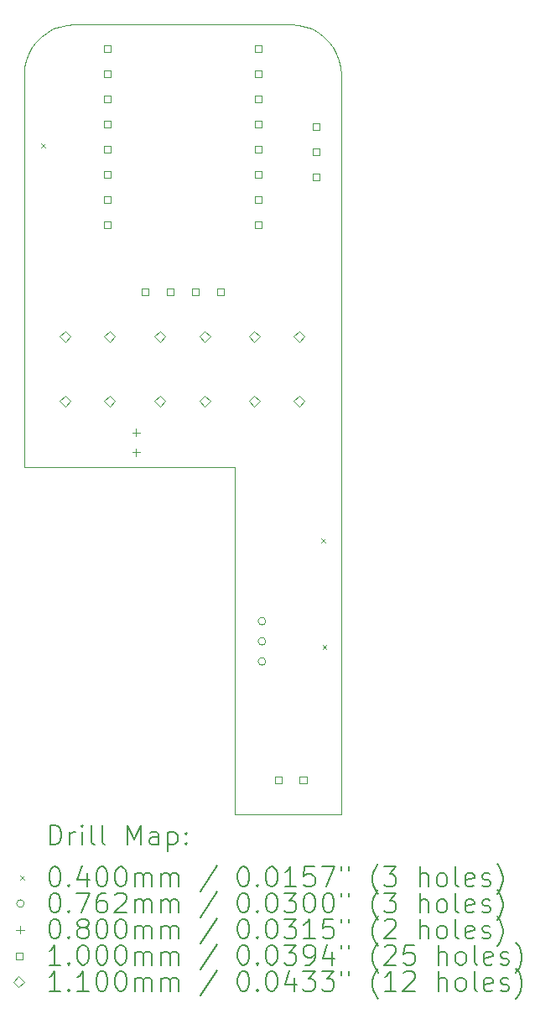
<source format=gbr>
%TF.GenerationSoftware,KiCad,Pcbnew,7.0.7*%
%TF.CreationDate,2024-05-12T05:58:04-05:00*%
%TF.ProjectId,ThinkTankTimerVote,5468696e-6b54-4616-9e6b-54696d657256,rev?*%
%TF.SameCoordinates,Original*%
%TF.FileFunction,Drillmap*%
%TF.FilePolarity,Positive*%
%FSLAX45Y45*%
G04 Gerber Fmt 4.5, Leading zero omitted, Abs format (unit mm)*
G04 Created by KiCad (PCBNEW 7.0.7) date 2024-05-12 05:58:04*
%MOMM*%
%LPD*%
G01*
G04 APERTURE LIST*
%ADD10C,0.003779*%
%ADD11C,0.200000*%
%ADD12C,0.040000*%
%ADD13C,0.076200*%
%ADD14C,0.080000*%
%ADD15C,0.100000*%
%ADD16C,0.110000*%
G04 APERTURE END LIST*
D10*
X16975000Y-6911600D02*
X17025500Y-6861100D01*
X17212000Y-6759300D02*
X17281700Y-6744100D01*
X18452900Y-6739000D02*
X19552900Y-6739000D01*
X19760600Y-6784200D02*
X19823200Y-6818400D01*
X20032600Y-7098100D02*
X20047800Y-7167800D01*
X19693800Y-6759300D02*
X19760600Y-6784200D01*
X18979300Y-14710000D02*
X18979300Y-11210000D01*
X17145200Y-6784200D02*
X17212000Y-6759300D01*
X16932300Y-6968700D02*
X16975000Y-6911600D01*
X16898100Y-7031300D02*
X16932300Y-6968700D01*
X20052900Y-10724500D02*
X20052900Y-11210000D01*
X16852900Y-10724500D02*
X16852900Y-7447700D01*
X20052900Y-11210000D02*
X20052900Y-14710000D01*
X16858000Y-7167800D02*
X16873200Y-7098100D01*
X16852900Y-7447700D02*
X16852900Y-7239000D01*
X19552900Y-6739000D02*
X19624100Y-6744100D01*
X20052900Y-7447700D02*
X20052900Y-10724500D01*
X20047800Y-7167800D02*
X20052900Y-7239000D01*
X19973500Y-6968700D02*
X20007700Y-7031300D01*
X19624100Y-6744100D02*
X19693800Y-6759300D01*
X16852900Y-11210000D02*
X16852900Y-10724500D01*
X17281700Y-6744100D02*
X17352900Y-6739000D01*
X19823200Y-6818400D02*
X19880300Y-6861100D01*
X17025500Y-6861100D02*
X17082600Y-6818400D01*
X17352900Y-6739000D02*
X18452900Y-6739000D01*
X19880300Y-6861100D02*
X19930800Y-6911600D01*
X20007700Y-7031300D02*
X20032600Y-7098100D01*
X16852900Y-7239000D02*
X16858000Y-7167800D01*
X16873200Y-7098100D02*
X16898100Y-7031300D01*
X17082600Y-6818400D02*
X17145200Y-6784200D01*
X19930800Y-6911600D02*
X19973500Y-6968700D01*
X20052900Y-7239000D02*
X20052900Y-7447700D01*
X20052900Y-14710000D02*
X18979300Y-14710000D01*
X18979300Y-11210000D02*
X16852900Y-11210000D01*
D11*
D12*
X17024500Y-7939600D02*
X17064500Y-7979600D01*
X17064500Y-7939600D02*
X17024500Y-7979600D01*
X19849400Y-11927700D02*
X19889400Y-11967700D01*
X19889400Y-11927700D02*
X19849400Y-11967700D01*
X19865800Y-13002700D02*
X19905800Y-13042700D01*
X19905800Y-13002700D02*
X19865800Y-13042700D01*
D13*
X19291300Y-12763500D02*
G75*
G03*
X19291300Y-12763500I-38100J0D01*
G01*
X19291300Y-12966700D02*
G75*
G03*
X19291300Y-12966700I-38100J0D01*
G01*
X19291300Y-13169900D02*
G75*
G03*
X19291300Y-13169900I-38100J0D01*
G01*
D14*
X17983200Y-10818500D02*
X17983200Y-10898500D01*
X17943200Y-10858500D02*
X18023200Y-10858500D01*
X17983200Y-11018500D02*
X17983200Y-11098500D01*
X17943200Y-11058500D02*
X18023200Y-11058500D01*
D15*
X17726456Y-7020356D02*
X17726456Y-6949644D01*
X17655744Y-6949644D01*
X17655744Y-7020356D01*
X17726456Y-7020356D01*
X17726456Y-7274356D02*
X17726456Y-7203644D01*
X17655744Y-7203644D01*
X17655744Y-7274356D01*
X17726456Y-7274356D01*
X17726456Y-7528356D02*
X17726456Y-7457644D01*
X17655744Y-7457644D01*
X17655744Y-7528356D01*
X17726456Y-7528356D01*
X17726456Y-7782356D02*
X17726456Y-7711644D01*
X17655744Y-7711644D01*
X17655744Y-7782356D01*
X17726456Y-7782356D01*
X17726456Y-8036356D02*
X17726456Y-7965644D01*
X17655744Y-7965644D01*
X17655744Y-8036356D01*
X17726456Y-8036356D01*
X17726456Y-8290356D02*
X17726456Y-8219644D01*
X17655744Y-8219644D01*
X17655744Y-8290356D01*
X17726456Y-8290356D01*
X17726456Y-8544356D02*
X17726456Y-8473644D01*
X17655744Y-8473644D01*
X17655744Y-8544356D01*
X17726456Y-8544356D01*
X17726456Y-8798356D02*
X17726456Y-8727644D01*
X17655744Y-8727644D01*
X17655744Y-8798356D01*
X17726456Y-8798356D01*
X18107456Y-9471456D02*
X18107456Y-9400744D01*
X18036744Y-9400744D01*
X18036744Y-9471456D01*
X18107456Y-9471456D01*
X18361456Y-9471456D02*
X18361456Y-9400744D01*
X18290744Y-9400744D01*
X18290744Y-9471456D01*
X18361456Y-9471456D01*
X18615456Y-9471456D02*
X18615456Y-9400744D01*
X18544744Y-9400744D01*
X18544744Y-9471456D01*
X18615456Y-9471456D01*
X18869456Y-9471456D02*
X18869456Y-9400744D01*
X18798744Y-9400744D01*
X18798744Y-9471456D01*
X18869456Y-9471456D01*
X19250456Y-7020356D02*
X19250456Y-6949644D01*
X19179744Y-6949644D01*
X19179744Y-7020356D01*
X19250456Y-7020356D01*
X19250456Y-7274356D02*
X19250456Y-7203644D01*
X19179744Y-7203644D01*
X19179744Y-7274356D01*
X19250456Y-7274356D01*
X19250456Y-7528356D02*
X19250456Y-7457644D01*
X19179744Y-7457644D01*
X19179744Y-7528356D01*
X19250456Y-7528356D01*
X19250456Y-7782356D02*
X19250456Y-7711644D01*
X19179744Y-7711644D01*
X19179744Y-7782356D01*
X19250456Y-7782356D01*
X19250456Y-8036356D02*
X19250456Y-7965644D01*
X19179744Y-7965644D01*
X19179744Y-8036356D01*
X19250456Y-8036356D01*
X19250456Y-8290356D02*
X19250456Y-8219644D01*
X19179744Y-8219644D01*
X19179744Y-8290356D01*
X19250456Y-8290356D01*
X19250456Y-8544356D02*
X19250456Y-8473644D01*
X19179744Y-8473644D01*
X19179744Y-8544356D01*
X19250456Y-8544356D01*
X19250456Y-8798356D02*
X19250456Y-8727644D01*
X19179744Y-8727644D01*
X19179744Y-8798356D01*
X19250456Y-8798356D01*
X19455656Y-14399806D02*
X19455656Y-14329094D01*
X19384944Y-14329094D01*
X19384944Y-14399806D01*
X19455656Y-14399806D01*
X19705656Y-14399806D02*
X19705656Y-14329094D01*
X19634944Y-14329094D01*
X19634944Y-14399806D01*
X19705656Y-14399806D01*
X19834656Y-7807756D02*
X19834656Y-7737044D01*
X19763944Y-7737044D01*
X19763944Y-7807756D01*
X19834656Y-7807756D01*
X19834656Y-8061756D02*
X19834656Y-7991044D01*
X19763944Y-7991044D01*
X19763944Y-8061756D01*
X19834656Y-8061756D01*
X19834656Y-8315756D02*
X19834656Y-8245044D01*
X19763944Y-8245044D01*
X19763944Y-8315756D01*
X19834656Y-8315756D01*
D16*
X17266500Y-9946000D02*
X17321500Y-9891000D01*
X17266500Y-9836000D01*
X17211500Y-9891000D01*
X17266500Y-9946000D01*
X17266500Y-10596000D02*
X17321500Y-10541000D01*
X17266500Y-10486000D01*
X17211500Y-10541000D01*
X17266500Y-10596000D01*
X17716500Y-9946000D02*
X17771500Y-9891000D01*
X17716500Y-9836000D01*
X17661500Y-9891000D01*
X17716500Y-9946000D01*
X17716500Y-10596000D02*
X17771500Y-10541000D01*
X17716500Y-10486000D01*
X17661500Y-10541000D01*
X17716500Y-10596000D01*
X18224500Y-9946000D02*
X18279500Y-9891000D01*
X18224500Y-9836000D01*
X18169500Y-9891000D01*
X18224500Y-9946000D01*
X18224500Y-10596000D02*
X18279500Y-10541000D01*
X18224500Y-10486000D01*
X18169500Y-10541000D01*
X18224500Y-10596000D01*
X18674500Y-9946000D02*
X18729500Y-9891000D01*
X18674500Y-9836000D01*
X18619500Y-9891000D01*
X18674500Y-9946000D01*
X18674500Y-10596000D02*
X18729500Y-10541000D01*
X18674500Y-10486000D01*
X18619500Y-10541000D01*
X18674500Y-10596000D01*
X19177000Y-9946000D02*
X19232000Y-9891000D01*
X19177000Y-9836000D01*
X19122000Y-9891000D01*
X19177000Y-9946000D01*
X19177000Y-10596000D02*
X19232000Y-10541000D01*
X19177000Y-10486000D01*
X19122000Y-10541000D01*
X19177000Y-10596000D01*
X19627000Y-9946000D02*
X19682000Y-9891000D01*
X19627000Y-9836000D01*
X19572000Y-9891000D01*
X19627000Y-9946000D01*
X19627000Y-10596000D02*
X19682000Y-10541000D01*
X19627000Y-10486000D01*
X19572000Y-10541000D01*
X19627000Y-10596000D01*
D11*
X17113488Y-15021673D02*
X17113488Y-14821673D01*
X17113488Y-14821673D02*
X17161107Y-14821673D01*
X17161107Y-14821673D02*
X17189678Y-14831196D01*
X17189678Y-14831196D02*
X17208726Y-14850244D01*
X17208726Y-14850244D02*
X17218250Y-14869292D01*
X17218250Y-14869292D02*
X17227774Y-14907387D01*
X17227774Y-14907387D02*
X17227774Y-14935958D01*
X17227774Y-14935958D02*
X17218250Y-14974053D01*
X17218250Y-14974053D02*
X17208726Y-14993101D01*
X17208726Y-14993101D02*
X17189678Y-15012149D01*
X17189678Y-15012149D02*
X17161107Y-15021673D01*
X17161107Y-15021673D02*
X17113488Y-15021673D01*
X17313488Y-15021673D02*
X17313488Y-14888339D01*
X17313488Y-14926434D02*
X17323012Y-14907387D01*
X17323012Y-14907387D02*
X17332536Y-14897863D01*
X17332536Y-14897863D02*
X17351583Y-14888339D01*
X17351583Y-14888339D02*
X17370631Y-14888339D01*
X17437297Y-15021673D02*
X17437297Y-14888339D01*
X17437297Y-14821673D02*
X17427774Y-14831196D01*
X17427774Y-14831196D02*
X17437297Y-14840720D01*
X17437297Y-14840720D02*
X17446821Y-14831196D01*
X17446821Y-14831196D02*
X17437297Y-14821673D01*
X17437297Y-14821673D02*
X17437297Y-14840720D01*
X17561107Y-15021673D02*
X17542059Y-15012149D01*
X17542059Y-15012149D02*
X17532536Y-14993101D01*
X17532536Y-14993101D02*
X17532536Y-14821673D01*
X17665869Y-15021673D02*
X17646821Y-15012149D01*
X17646821Y-15012149D02*
X17637297Y-14993101D01*
X17637297Y-14993101D02*
X17637297Y-14821673D01*
X17894440Y-15021673D02*
X17894440Y-14821673D01*
X17894440Y-14821673D02*
X17961107Y-14964530D01*
X17961107Y-14964530D02*
X18027774Y-14821673D01*
X18027774Y-14821673D02*
X18027774Y-15021673D01*
X18208726Y-15021673D02*
X18208726Y-14916911D01*
X18208726Y-14916911D02*
X18199202Y-14897863D01*
X18199202Y-14897863D02*
X18180155Y-14888339D01*
X18180155Y-14888339D02*
X18142059Y-14888339D01*
X18142059Y-14888339D02*
X18123012Y-14897863D01*
X18208726Y-15012149D02*
X18189678Y-15021673D01*
X18189678Y-15021673D02*
X18142059Y-15021673D01*
X18142059Y-15021673D02*
X18123012Y-15012149D01*
X18123012Y-15012149D02*
X18113488Y-14993101D01*
X18113488Y-14993101D02*
X18113488Y-14974053D01*
X18113488Y-14974053D02*
X18123012Y-14955006D01*
X18123012Y-14955006D02*
X18142059Y-14945482D01*
X18142059Y-14945482D02*
X18189678Y-14945482D01*
X18189678Y-14945482D02*
X18208726Y-14935958D01*
X18303964Y-14888339D02*
X18303964Y-15088339D01*
X18303964Y-14897863D02*
X18323012Y-14888339D01*
X18323012Y-14888339D02*
X18361107Y-14888339D01*
X18361107Y-14888339D02*
X18380155Y-14897863D01*
X18380155Y-14897863D02*
X18389678Y-14907387D01*
X18389678Y-14907387D02*
X18399202Y-14926434D01*
X18399202Y-14926434D02*
X18399202Y-14983577D01*
X18399202Y-14983577D02*
X18389678Y-15002625D01*
X18389678Y-15002625D02*
X18380155Y-15012149D01*
X18380155Y-15012149D02*
X18361107Y-15021673D01*
X18361107Y-15021673D02*
X18323012Y-15021673D01*
X18323012Y-15021673D02*
X18303964Y-15012149D01*
X18484917Y-15002625D02*
X18494440Y-15012149D01*
X18494440Y-15012149D02*
X18484917Y-15021673D01*
X18484917Y-15021673D02*
X18475393Y-15012149D01*
X18475393Y-15012149D02*
X18484917Y-15002625D01*
X18484917Y-15002625D02*
X18484917Y-15021673D01*
X18484917Y-14897863D02*
X18494440Y-14907387D01*
X18494440Y-14907387D02*
X18484917Y-14916911D01*
X18484917Y-14916911D02*
X18475393Y-14907387D01*
X18475393Y-14907387D02*
X18484917Y-14897863D01*
X18484917Y-14897863D02*
X18484917Y-14916911D01*
D12*
X16812711Y-15330189D02*
X16852711Y-15370189D01*
X16852711Y-15330189D02*
X16812711Y-15370189D01*
D11*
X17151583Y-15241673D02*
X17170631Y-15241673D01*
X17170631Y-15241673D02*
X17189678Y-15251196D01*
X17189678Y-15251196D02*
X17199202Y-15260720D01*
X17199202Y-15260720D02*
X17208726Y-15279768D01*
X17208726Y-15279768D02*
X17218250Y-15317863D01*
X17218250Y-15317863D02*
X17218250Y-15365482D01*
X17218250Y-15365482D02*
X17208726Y-15403577D01*
X17208726Y-15403577D02*
X17199202Y-15422625D01*
X17199202Y-15422625D02*
X17189678Y-15432149D01*
X17189678Y-15432149D02*
X17170631Y-15441673D01*
X17170631Y-15441673D02*
X17151583Y-15441673D01*
X17151583Y-15441673D02*
X17132536Y-15432149D01*
X17132536Y-15432149D02*
X17123012Y-15422625D01*
X17123012Y-15422625D02*
X17113488Y-15403577D01*
X17113488Y-15403577D02*
X17103964Y-15365482D01*
X17103964Y-15365482D02*
X17103964Y-15317863D01*
X17103964Y-15317863D02*
X17113488Y-15279768D01*
X17113488Y-15279768D02*
X17123012Y-15260720D01*
X17123012Y-15260720D02*
X17132536Y-15251196D01*
X17132536Y-15251196D02*
X17151583Y-15241673D01*
X17303964Y-15422625D02*
X17313488Y-15432149D01*
X17313488Y-15432149D02*
X17303964Y-15441673D01*
X17303964Y-15441673D02*
X17294440Y-15432149D01*
X17294440Y-15432149D02*
X17303964Y-15422625D01*
X17303964Y-15422625D02*
X17303964Y-15441673D01*
X17484917Y-15308339D02*
X17484917Y-15441673D01*
X17437297Y-15232149D02*
X17389678Y-15375006D01*
X17389678Y-15375006D02*
X17513488Y-15375006D01*
X17627774Y-15241673D02*
X17646821Y-15241673D01*
X17646821Y-15241673D02*
X17665869Y-15251196D01*
X17665869Y-15251196D02*
X17675393Y-15260720D01*
X17675393Y-15260720D02*
X17684917Y-15279768D01*
X17684917Y-15279768D02*
X17694440Y-15317863D01*
X17694440Y-15317863D02*
X17694440Y-15365482D01*
X17694440Y-15365482D02*
X17684917Y-15403577D01*
X17684917Y-15403577D02*
X17675393Y-15422625D01*
X17675393Y-15422625D02*
X17665869Y-15432149D01*
X17665869Y-15432149D02*
X17646821Y-15441673D01*
X17646821Y-15441673D02*
X17627774Y-15441673D01*
X17627774Y-15441673D02*
X17608726Y-15432149D01*
X17608726Y-15432149D02*
X17599202Y-15422625D01*
X17599202Y-15422625D02*
X17589678Y-15403577D01*
X17589678Y-15403577D02*
X17580155Y-15365482D01*
X17580155Y-15365482D02*
X17580155Y-15317863D01*
X17580155Y-15317863D02*
X17589678Y-15279768D01*
X17589678Y-15279768D02*
X17599202Y-15260720D01*
X17599202Y-15260720D02*
X17608726Y-15251196D01*
X17608726Y-15251196D02*
X17627774Y-15241673D01*
X17818250Y-15241673D02*
X17837298Y-15241673D01*
X17837298Y-15241673D02*
X17856345Y-15251196D01*
X17856345Y-15251196D02*
X17865869Y-15260720D01*
X17865869Y-15260720D02*
X17875393Y-15279768D01*
X17875393Y-15279768D02*
X17884917Y-15317863D01*
X17884917Y-15317863D02*
X17884917Y-15365482D01*
X17884917Y-15365482D02*
X17875393Y-15403577D01*
X17875393Y-15403577D02*
X17865869Y-15422625D01*
X17865869Y-15422625D02*
X17856345Y-15432149D01*
X17856345Y-15432149D02*
X17837298Y-15441673D01*
X17837298Y-15441673D02*
X17818250Y-15441673D01*
X17818250Y-15441673D02*
X17799202Y-15432149D01*
X17799202Y-15432149D02*
X17789678Y-15422625D01*
X17789678Y-15422625D02*
X17780155Y-15403577D01*
X17780155Y-15403577D02*
X17770631Y-15365482D01*
X17770631Y-15365482D02*
X17770631Y-15317863D01*
X17770631Y-15317863D02*
X17780155Y-15279768D01*
X17780155Y-15279768D02*
X17789678Y-15260720D01*
X17789678Y-15260720D02*
X17799202Y-15251196D01*
X17799202Y-15251196D02*
X17818250Y-15241673D01*
X17970631Y-15441673D02*
X17970631Y-15308339D01*
X17970631Y-15327387D02*
X17980155Y-15317863D01*
X17980155Y-15317863D02*
X17999202Y-15308339D01*
X17999202Y-15308339D02*
X18027774Y-15308339D01*
X18027774Y-15308339D02*
X18046821Y-15317863D01*
X18046821Y-15317863D02*
X18056345Y-15336911D01*
X18056345Y-15336911D02*
X18056345Y-15441673D01*
X18056345Y-15336911D02*
X18065869Y-15317863D01*
X18065869Y-15317863D02*
X18084917Y-15308339D01*
X18084917Y-15308339D02*
X18113488Y-15308339D01*
X18113488Y-15308339D02*
X18132536Y-15317863D01*
X18132536Y-15317863D02*
X18142059Y-15336911D01*
X18142059Y-15336911D02*
X18142059Y-15441673D01*
X18237298Y-15441673D02*
X18237298Y-15308339D01*
X18237298Y-15327387D02*
X18246821Y-15317863D01*
X18246821Y-15317863D02*
X18265869Y-15308339D01*
X18265869Y-15308339D02*
X18294440Y-15308339D01*
X18294440Y-15308339D02*
X18313488Y-15317863D01*
X18313488Y-15317863D02*
X18323012Y-15336911D01*
X18323012Y-15336911D02*
X18323012Y-15441673D01*
X18323012Y-15336911D02*
X18332536Y-15317863D01*
X18332536Y-15317863D02*
X18351583Y-15308339D01*
X18351583Y-15308339D02*
X18380155Y-15308339D01*
X18380155Y-15308339D02*
X18399202Y-15317863D01*
X18399202Y-15317863D02*
X18408726Y-15336911D01*
X18408726Y-15336911D02*
X18408726Y-15441673D01*
X18799202Y-15232149D02*
X18627774Y-15489292D01*
X19056345Y-15241673D02*
X19075393Y-15241673D01*
X19075393Y-15241673D02*
X19094441Y-15251196D01*
X19094441Y-15251196D02*
X19103964Y-15260720D01*
X19103964Y-15260720D02*
X19113488Y-15279768D01*
X19113488Y-15279768D02*
X19123012Y-15317863D01*
X19123012Y-15317863D02*
X19123012Y-15365482D01*
X19123012Y-15365482D02*
X19113488Y-15403577D01*
X19113488Y-15403577D02*
X19103964Y-15422625D01*
X19103964Y-15422625D02*
X19094441Y-15432149D01*
X19094441Y-15432149D02*
X19075393Y-15441673D01*
X19075393Y-15441673D02*
X19056345Y-15441673D01*
X19056345Y-15441673D02*
X19037298Y-15432149D01*
X19037298Y-15432149D02*
X19027774Y-15422625D01*
X19027774Y-15422625D02*
X19018250Y-15403577D01*
X19018250Y-15403577D02*
X19008726Y-15365482D01*
X19008726Y-15365482D02*
X19008726Y-15317863D01*
X19008726Y-15317863D02*
X19018250Y-15279768D01*
X19018250Y-15279768D02*
X19027774Y-15260720D01*
X19027774Y-15260720D02*
X19037298Y-15251196D01*
X19037298Y-15251196D02*
X19056345Y-15241673D01*
X19208726Y-15422625D02*
X19218250Y-15432149D01*
X19218250Y-15432149D02*
X19208726Y-15441673D01*
X19208726Y-15441673D02*
X19199202Y-15432149D01*
X19199202Y-15432149D02*
X19208726Y-15422625D01*
X19208726Y-15422625D02*
X19208726Y-15441673D01*
X19342060Y-15241673D02*
X19361107Y-15241673D01*
X19361107Y-15241673D02*
X19380155Y-15251196D01*
X19380155Y-15251196D02*
X19389679Y-15260720D01*
X19389679Y-15260720D02*
X19399202Y-15279768D01*
X19399202Y-15279768D02*
X19408726Y-15317863D01*
X19408726Y-15317863D02*
X19408726Y-15365482D01*
X19408726Y-15365482D02*
X19399202Y-15403577D01*
X19399202Y-15403577D02*
X19389679Y-15422625D01*
X19389679Y-15422625D02*
X19380155Y-15432149D01*
X19380155Y-15432149D02*
X19361107Y-15441673D01*
X19361107Y-15441673D02*
X19342060Y-15441673D01*
X19342060Y-15441673D02*
X19323012Y-15432149D01*
X19323012Y-15432149D02*
X19313488Y-15422625D01*
X19313488Y-15422625D02*
X19303964Y-15403577D01*
X19303964Y-15403577D02*
X19294441Y-15365482D01*
X19294441Y-15365482D02*
X19294441Y-15317863D01*
X19294441Y-15317863D02*
X19303964Y-15279768D01*
X19303964Y-15279768D02*
X19313488Y-15260720D01*
X19313488Y-15260720D02*
X19323012Y-15251196D01*
X19323012Y-15251196D02*
X19342060Y-15241673D01*
X19599202Y-15441673D02*
X19484917Y-15441673D01*
X19542060Y-15441673D02*
X19542060Y-15241673D01*
X19542060Y-15241673D02*
X19523012Y-15270244D01*
X19523012Y-15270244D02*
X19503964Y-15289292D01*
X19503964Y-15289292D02*
X19484917Y-15298815D01*
X19780155Y-15241673D02*
X19684917Y-15241673D01*
X19684917Y-15241673D02*
X19675393Y-15336911D01*
X19675393Y-15336911D02*
X19684917Y-15327387D01*
X19684917Y-15327387D02*
X19703964Y-15317863D01*
X19703964Y-15317863D02*
X19751583Y-15317863D01*
X19751583Y-15317863D02*
X19770631Y-15327387D01*
X19770631Y-15327387D02*
X19780155Y-15336911D01*
X19780155Y-15336911D02*
X19789679Y-15355958D01*
X19789679Y-15355958D02*
X19789679Y-15403577D01*
X19789679Y-15403577D02*
X19780155Y-15422625D01*
X19780155Y-15422625D02*
X19770631Y-15432149D01*
X19770631Y-15432149D02*
X19751583Y-15441673D01*
X19751583Y-15441673D02*
X19703964Y-15441673D01*
X19703964Y-15441673D02*
X19684917Y-15432149D01*
X19684917Y-15432149D02*
X19675393Y-15422625D01*
X19856345Y-15241673D02*
X19989679Y-15241673D01*
X19989679Y-15241673D02*
X19903964Y-15441673D01*
X20056345Y-15241673D02*
X20056345Y-15279768D01*
X20132536Y-15241673D02*
X20132536Y-15279768D01*
X20427774Y-15517863D02*
X20418250Y-15508339D01*
X20418250Y-15508339D02*
X20399203Y-15479768D01*
X20399203Y-15479768D02*
X20389679Y-15460720D01*
X20389679Y-15460720D02*
X20380155Y-15432149D01*
X20380155Y-15432149D02*
X20370631Y-15384530D01*
X20370631Y-15384530D02*
X20370631Y-15346434D01*
X20370631Y-15346434D02*
X20380155Y-15298815D01*
X20380155Y-15298815D02*
X20389679Y-15270244D01*
X20389679Y-15270244D02*
X20399203Y-15251196D01*
X20399203Y-15251196D02*
X20418250Y-15222625D01*
X20418250Y-15222625D02*
X20427774Y-15213101D01*
X20484917Y-15241673D02*
X20608726Y-15241673D01*
X20608726Y-15241673D02*
X20542060Y-15317863D01*
X20542060Y-15317863D02*
X20570631Y-15317863D01*
X20570631Y-15317863D02*
X20589679Y-15327387D01*
X20589679Y-15327387D02*
X20599203Y-15336911D01*
X20599203Y-15336911D02*
X20608726Y-15355958D01*
X20608726Y-15355958D02*
X20608726Y-15403577D01*
X20608726Y-15403577D02*
X20599203Y-15422625D01*
X20599203Y-15422625D02*
X20589679Y-15432149D01*
X20589679Y-15432149D02*
X20570631Y-15441673D01*
X20570631Y-15441673D02*
X20513488Y-15441673D01*
X20513488Y-15441673D02*
X20494441Y-15432149D01*
X20494441Y-15432149D02*
X20484917Y-15422625D01*
X20846822Y-15441673D02*
X20846822Y-15241673D01*
X20932536Y-15441673D02*
X20932536Y-15336911D01*
X20932536Y-15336911D02*
X20923012Y-15317863D01*
X20923012Y-15317863D02*
X20903965Y-15308339D01*
X20903965Y-15308339D02*
X20875393Y-15308339D01*
X20875393Y-15308339D02*
X20856345Y-15317863D01*
X20856345Y-15317863D02*
X20846822Y-15327387D01*
X21056345Y-15441673D02*
X21037298Y-15432149D01*
X21037298Y-15432149D02*
X21027774Y-15422625D01*
X21027774Y-15422625D02*
X21018250Y-15403577D01*
X21018250Y-15403577D02*
X21018250Y-15346434D01*
X21018250Y-15346434D02*
X21027774Y-15327387D01*
X21027774Y-15327387D02*
X21037298Y-15317863D01*
X21037298Y-15317863D02*
X21056345Y-15308339D01*
X21056345Y-15308339D02*
X21084917Y-15308339D01*
X21084917Y-15308339D02*
X21103965Y-15317863D01*
X21103965Y-15317863D02*
X21113488Y-15327387D01*
X21113488Y-15327387D02*
X21123012Y-15346434D01*
X21123012Y-15346434D02*
X21123012Y-15403577D01*
X21123012Y-15403577D02*
X21113488Y-15422625D01*
X21113488Y-15422625D02*
X21103965Y-15432149D01*
X21103965Y-15432149D02*
X21084917Y-15441673D01*
X21084917Y-15441673D02*
X21056345Y-15441673D01*
X21237298Y-15441673D02*
X21218250Y-15432149D01*
X21218250Y-15432149D02*
X21208726Y-15413101D01*
X21208726Y-15413101D02*
X21208726Y-15241673D01*
X21389679Y-15432149D02*
X21370631Y-15441673D01*
X21370631Y-15441673D02*
X21332536Y-15441673D01*
X21332536Y-15441673D02*
X21313488Y-15432149D01*
X21313488Y-15432149D02*
X21303965Y-15413101D01*
X21303965Y-15413101D02*
X21303965Y-15336911D01*
X21303965Y-15336911D02*
X21313488Y-15317863D01*
X21313488Y-15317863D02*
X21332536Y-15308339D01*
X21332536Y-15308339D02*
X21370631Y-15308339D01*
X21370631Y-15308339D02*
X21389679Y-15317863D01*
X21389679Y-15317863D02*
X21399203Y-15336911D01*
X21399203Y-15336911D02*
X21399203Y-15355958D01*
X21399203Y-15355958D02*
X21303965Y-15375006D01*
X21475393Y-15432149D02*
X21494441Y-15441673D01*
X21494441Y-15441673D02*
X21532536Y-15441673D01*
X21532536Y-15441673D02*
X21551584Y-15432149D01*
X21551584Y-15432149D02*
X21561107Y-15413101D01*
X21561107Y-15413101D02*
X21561107Y-15403577D01*
X21561107Y-15403577D02*
X21551584Y-15384530D01*
X21551584Y-15384530D02*
X21532536Y-15375006D01*
X21532536Y-15375006D02*
X21503965Y-15375006D01*
X21503965Y-15375006D02*
X21484917Y-15365482D01*
X21484917Y-15365482D02*
X21475393Y-15346434D01*
X21475393Y-15346434D02*
X21475393Y-15336911D01*
X21475393Y-15336911D02*
X21484917Y-15317863D01*
X21484917Y-15317863D02*
X21503965Y-15308339D01*
X21503965Y-15308339D02*
X21532536Y-15308339D01*
X21532536Y-15308339D02*
X21551584Y-15317863D01*
X21627774Y-15517863D02*
X21637298Y-15508339D01*
X21637298Y-15508339D02*
X21656346Y-15479768D01*
X21656346Y-15479768D02*
X21665869Y-15460720D01*
X21665869Y-15460720D02*
X21675393Y-15432149D01*
X21675393Y-15432149D02*
X21684917Y-15384530D01*
X21684917Y-15384530D02*
X21684917Y-15346434D01*
X21684917Y-15346434D02*
X21675393Y-15298815D01*
X21675393Y-15298815D02*
X21665869Y-15270244D01*
X21665869Y-15270244D02*
X21656346Y-15251196D01*
X21656346Y-15251196D02*
X21637298Y-15222625D01*
X21637298Y-15222625D02*
X21627774Y-15213101D01*
D13*
X16852711Y-15614189D02*
G75*
G03*
X16852711Y-15614189I-38100J0D01*
G01*
D11*
X17151583Y-15505673D02*
X17170631Y-15505673D01*
X17170631Y-15505673D02*
X17189678Y-15515196D01*
X17189678Y-15515196D02*
X17199202Y-15524720D01*
X17199202Y-15524720D02*
X17208726Y-15543768D01*
X17208726Y-15543768D02*
X17218250Y-15581863D01*
X17218250Y-15581863D02*
X17218250Y-15629482D01*
X17218250Y-15629482D02*
X17208726Y-15667577D01*
X17208726Y-15667577D02*
X17199202Y-15686625D01*
X17199202Y-15686625D02*
X17189678Y-15696149D01*
X17189678Y-15696149D02*
X17170631Y-15705673D01*
X17170631Y-15705673D02*
X17151583Y-15705673D01*
X17151583Y-15705673D02*
X17132536Y-15696149D01*
X17132536Y-15696149D02*
X17123012Y-15686625D01*
X17123012Y-15686625D02*
X17113488Y-15667577D01*
X17113488Y-15667577D02*
X17103964Y-15629482D01*
X17103964Y-15629482D02*
X17103964Y-15581863D01*
X17103964Y-15581863D02*
X17113488Y-15543768D01*
X17113488Y-15543768D02*
X17123012Y-15524720D01*
X17123012Y-15524720D02*
X17132536Y-15515196D01*
X17132536Y-15515196D02*
X17151583Y-15505673D01*
X17303964Y-15686625D02*
X17313488Y-15696149D01*
X17313488Y-15696149D02*
X17303964Y-15705673D01*
X17303964Y-15705673D02*
X17294440Y-15696149D01*
X17294440Y-15696149D02*
X17303964Y-15686625D01*
X17303964Y-15686625D02*
X17303964Y-15705673D01*
X17380155Y-15505673D02*
X17513488Y-15505673D01*
X17513488Y-15505673D02*
X17427774Y-15705673D01*
X17675393Y-15505673D02*
X17637297Y-15505673D01*
X17637297Y-15505673D02*
X17618250Y-15515196D01*
X17618250Y-15515196D02*
X17608726Y-15524720D01*
X17608726Y-15524720D02*
X17589678Y-15553292D01*
X17589678Y-15553292D02*
X17580155Y-15591387D01*
X17580155Y-15591387D02*
X17580155Y-15667577D01*
X17580155Y-15667577D02*
X17589678Y-15686625D01*
X17589678Y-15686625D02*
X17599202Y-15696149D01*
X17599202Y-15696149D02*
X17618250Y-15705673D01*
X17618250Y-15705673D02*
X17656345Y-15705673D01*
X17656345Y-15705673D02*
X17675393Y-15696149D01*
X17675393Y-15696149D02*
X17684917Y-15686625D01*
X17684917Y-15686625D02*
X17694440Y-15667577D01*
X17694440Y-15667577D02*
X17694440Y-15619958D01*
X17694440Y-15619958D02*
X17684917Y-15600911D01*
X17684917Y-15600911D02*
X17675393Y-15591387D01*
X17675393Y-15591387D02*
X17656345Y-15581863D01*
X17656345Y-15581863D02*
X17618250Y-15581863D01*
X17618250Y-15581863D02*
X17599202Y-15591387D01*
X17599202Y-15591387D02*
X17589678Y-15600911D01*
X17589678Y-15600911D02*
X17580155Y-15619958D01*
X17770631Y-15524720D02*
X17780155Y-15515196D01*
X17780155Y-15515196D02*
X17799202Y-15505673D01*
X17799202Y-15505673D02*
X17846821Y-15505673D01*
X17846821Y-15505673D02*
X17865869Y-15515196D01*
X17865869Y-15515196D02*
X17875393Y-15524720D01*
X17875393Y-15524720D02*
X17884917Y-15543768D01*
X17884917Y-15543768D02*
X17884917Y-15562815D01*
X17884917Y-15562815D02*
X17875393Y-15591387D01*
X17875393Y-15591387D02*
X17761107Y-15705673D01*
X17761107Y-15705673D02*
X17884917Y-15705673D01*
X17970631Y-15705673D02*
X17970631Y-15572339D01*
X17970631Y-15591387D02*
X17980155Y-15581863D01*
X17980155Y-15581863D02*
X17999202Y-15572339D01*
X17999202Y-15572339D02*
X18027774Y-15572339D01*
X18027774Y-15572339D02*
X18046821Y-15581863D01*
X18046821Y-15581863D02*
X18056345Y-15600911D01*
X18056345Y-15600911D02*
X18056345Y-15705673D01*
X18056345Y-15600911D02*
X18065869Y-15581863D01*
X18065869Y-15581863D02*
X18084917Y-15572339D01*
X18084917Y-15572339D02*
X18113488Y-15572339D01*
X18113488Y-15572339D02*
X18132536Y-15581863D01*
X18132536Y-15581863D02*
X18142059Y-15600911D01*
X18142059Y-15600911D02*
X18142059Y-15705673D01*
X18237298Y-15705673D02*
X18237298Y-15572339D01*
X18237298Y-15591387D02*
X18246821Y-15581863D01*
X18246821Y-15581863D02*
X18265869Y-15572339D01*
X18265869Y-15572339D02*
X18294440Y-15572339D01*
X18294440Y-15572339D02*
X18313488Y-15581863D01*
X18313488Y-15581863D02*
X18323012Y-15600911D01*
X18323012Y-15600911D02*
X18323012Y-15705673D01*
X18323012Y-15600911D02*
X18332536Y-15581863D01*
X18332536Y-15581863D02*
X18351583Y-15572339D01*
X18351583Y-15572339D02*
X18380155Y-15572339D01*
X18380155Y-15572339D02*
X18399202Y-15581863D01*
X18399202Y-15581863D02*
X18408726Y-15600911D01*
X18408726Y-15600911D02*
X18408726Y-15705673D01*
X18799202Y-15496149D02*
X18627774Y-15753292D01*
X19056345Y-15505673D02*
X19075393Y-15505673D01*
X19075393Y-15505673D02*
X19094441Y-15515196D01*
X19094441Y-15515196D02*
X19103964Y-15524720D01*
X19103964Y-15524720D02*
X19113488Y-15543768D01*
X19113488Y-15543768D02*
X19123012Y-15581863D01*
X19123012Y-15581863D02*
X19123012Y-15629482D01*
X19123012Y-15629482D02*
X19113488Y-15667577D01*
X19113488Y-15667577D02*
X19103964Y-15686625D01*
X19103964Y-15686625D02*
X19094441Y-15696149D01*
X19094441Y-15696149D02*
X19075393Y-15705673D01*
X19075393Y-15705673D02*
X19056345Y-15705673D01*
X19056345Y-15705673D02*
X19037298Y-15696149D01*
X19037298Y-15696149D02*
X19027774Y-15686625D01*
X19027774Y-15686625D02*
X19018250Y-15667577D01*
X19018250Y-15667577D02*
X19008726Y-15629482D01*
X19008726Y-15629482D02*
X19008726Y-15581863D01*
X19008726Y-15581863D02*
X19018250Y-15543768D01*
X19018250Y-15543768D02*
X19027774Y-15524720D01*
X19027774Y-15524720D02*
X19037298Y-15515196D01*
X19037298Y-15515196D02*
X19056345Y-15505673D01*
X19208726Y-15686625D02*
X19218250Y-15696149D01*
X19218250Y-15696149D02*
X19208726Y-15705673D01*
X19208726Y-15705673D02*
X19199202Y-15696149D01*
X19199202Y-15696149D02*
X19208726Y-15686625D01*
X19208726Y-15686625D02*
X19208726Y-15705673D01*
X19342060Y-15505673D02*
X19361107Y-15505673D01*
X19361107Y-15505673D02*
X19380155Y-15515196D01*
X19380155Y-15515196D02*
X19389679Y-15524720D01*
X19389679Y-15524720D02*
X19399202Y-15543768D01*
X19399202Y-15543768D02*
X19408726Y-15581863D01*
X19408726Y-15581863D02*
X19408726Y-15629482D01*
X19408726Y-15629482D02*
X19399202Y-15667577D01*
X19399202Y-15667577D02*
X19389679Y-15686625D01*
X19389679Y-15686625D02*
X19380155Y-15696149D01*
X19380155Y-15696149D02*
X19361107Y-15705673D01*
X19361107Y-15705673D02*
X19342060Y-15705673D01*
X19342060Y-15705673D02*
X19323012Y-15696149D01*
X19323012Y-15696149D02*
X19313488Y-15686625D01*
X19313488Y-15686625D02*
X19303964Y-15667577D01*
X19303964Y-15667577D02*
X19294441Y-15629482D01*
X19294441Y-15629482D02*
X19294441Y-15581863D01*
X19294441Y-15581863D02*
X19303964Y-15543768D01*
X19303964Y-15543768D02*
X19313488Y-15524720D01*
X19313488Y-15524720D02*
X19323012Y-15515196D01*
X19323012Y-15515196D02*
X19342060Y-15505673D01*
X19475393Y-15505673D02*
X19599202Y-15505673D01*
X19599202Y-15505673D02*
X19532536Y-15581863D01*
X19532536Y-15581863D02*
X19561107Y-15581863D01*
X19561107Y-15581863D02*
X19580155Y-15591387D01*
X19580155Y-15591387D02*
X19589679Y-15600911D01*
X19589679Y-15600911D02*
X19599202Y-15619958D01*
X19599202Y-15619958D02*
X19599202Y-15667577D01*
X19599202Y-15667577D02*
X19589679Y-15686625D01*
X19589679Y-15686625D02*
X19580155Y-15696149D01*
X19580155Y-15696149D02*
X19561107Y-15705673D01*
X19561107Y-15705673D02*
X19503964Y-15705673D01*
X19503964Y-15705673D02*
X19484917Y-15696149D01*
X19484917Y-15696149D02*
X19475393Y-15686625D01*
X19723012Y-15505673D02*
X19742060Y-15505673D01*
X19742060Y-15505673D02*
X19761107Y-15515196D01*
X19761107Y-15515196D02*
X19770631Y-15524720D01*
X19770631Y-15524720D02*
X19780155Y-15543768D01*
X19780155Y-15543768D02*
X19789679Y-15581863D01*
X19789679Y-15581863D02*
X19789679Y-15629482D01*
X19789679Y-15629482D02*
X19780155Y-15667577D01*
X19780155Y-15667577D02*
X19770631Y-15686625D01*
X19770631Y-15686625D02*
X19761107Y-15696149D01*
X19761107Y-15696149D02*
X19742060Y-15705673D01*
X19742060Y-15705673D02*
X19723012Y-15705673D01*
X19723012Y-15705673D02*
X19703964Y-15696149D01*
X19703964Y-15696149D02*
X19694441Y-15686625D01*
X19694441Y-15686625D02*
X19684917Y-15667577D01*
X19684917Y-15667577D02*
X19675393Y-15629482D01*
X19675393Y-15629482D02*
X19675393Y-15581863D01*
X19675393Y-15581863D02*
X19684917Y-15543768D01*
X19684917Y-15543768D02*
X19694441Y-15524720D01*
X19694441Y-15524720D02*
X19703964Y-15515196D01*
X19703964Y-15515196D02*
X19723012Y-15505673D01*
X19913488Y-15505673D02*
X19932536Y-15505673D01*
X19932536Y-15505673D02*
X19951583Y-15515196D01*
X19951583Y-15515196D02*
X19961107Y-15524720D01*
X19961107Y-15524720D02*
X19970631Y-15543768D01*
X19970631Y-15543768D02*
X19980155Y-15581863D01*
X19980155Y-15581863D02*
X19980155Y-15629482D01*
X19980155Y-15629482D02*
X19970631Y-15667577D01*
X19970631Y-15667577D02*
X19961107Y-15686625D01*
X19961107Y-15686625D02*
X19951583Y-15696149D01*
X19951583Y-15696149D02*
X19932536Y-15705673D01*
X19932536Y-15705673D02*
X19913488Y-15705673D01*
X19913488Y-15705673D02*
X19894441Y-15696149D01*
X19894441Y-15696149D02*
X19884917Y-15686625D01*
X19884917Y-15686625D02*
X19875393Y-15667577D01*
X19875393Y-15667577D02*
X19865869Y-15629482D01*
X19865869Y-15629482D02*
X19865869Y-15581863D01*
X19865869Y-15581863D02*
X19875393Y-15543768D01*
X19875393Y-15543768D02*
X19884917Y-15524720D01*
X19884917Y-15524720D02*
X19894441Y-15515196D01*
X19894441Y-15515196D02*
X19913488Y-15505673D01*
X20056345Y-15505673D02*
X20056345Y-15543768D01*
X20132536Y-15505673D02*
X20132536Y-15543768D01*
X20427774Y-15781863D02*
X20418250Y-15772339D01*
X20418250Y-15772339D02*
X20399203Y-15743768D01*
X20399203Y-15743768D02*
X20389679Y-15724720D01*
X20389679Y-15724720D02*
X20380155Y-15696149D01*
X20380155Y-15696149D02*
X20370631Y-15648530D01*
X20370631Y-15648530D02*
X20370631Y-15610434D01*
X20370631Y-15610434D02*
X20380155Y-15562815D01*
X20380155Y-15562815D02*
X20389679Y-15534244D01*
X20389679Y-15534244D02*
X20399203Y-15515196D01*
X20399203Y-15515196D02*
X20418250Y-15486625D01*
X20418250Y-15486625D02*
X20427774Y-15477101D01*
X20484917Y-15505673D02*
X20608726Y-15505673D01*
X20608726Y-15505673D02*
X20542060Y-15581863D01*
X20542060Y-15581863D02*
X20570631Y-15581863D01*
X20570631Y-15581863D02*
X20589679Y-15591387D01*
X20589679Y-15591387D02*
X20599203Y-15600911D01*
X20599203Y-15600911D02*
X20608726Y-15619958D01*
X20608726Y-15619958D02*
X20608726Y-15667577D01*
X20608726Y-15667577D02*
X20599203Y-15686625D01*
X20599203Y-15686625D02*
X20589679Y-15696149D01*
X20589679Y-15696149D02*
X20570631Y-15705673D01*
X20570631Y-15705673D02*
X20513488Y-15705673D01*
X20513488Y-15705673D02*
X20494441Y-15696149D01*
X20494441Y-15696149D02*
X20484917Y-15686625D01*
X20846822Y-15705673D02*
X20846822Y-15505673D01*
X20932536Y-15705673D02*
X20932536Y-15600911D01*
X20932536Y-15600911D02*
X20923012Y-15581863D01*
X20923012Y-15581863D02*
X20903965Y-15572339D01*
X20903965Y-15572339D02*
X20875393Y-15572339D01*
X20875393Y-15572339D02*
X20856345Y-15581863D01*
X20856345Y-15581863D02*
X20846822Y-15591387D01*
X21056345Y-15705673D02*
X21037298Y-15696149D01*
X21037298Y-15696149D02*
X21027774Y-15686625D01*
X21027774Y-15686625D02*
X21018250Y-15667577D01*
X21018250Y-15667577D02*
X21018250Y-15610434D01*
X21018250Y-15610434D02*
X21027774Y-15591387D01*
X21027774Y-15591387D02*
X21037298Y-15581863D01*
X21037298Y-15581863D02*
X21056345Y-15572339D01*
X21056345Y-15572339D02*
X21084917Y-15572339D01*
X21084917Y-15572339D02*
X21103965Y-15581863D01*
X21103965Y-15581863D02*
X21113488Y-15591387D01*
X21113488Y-15591387D02*
X21123012Y-15610434D01*
X21123012Y-15610434D02*
X21123012Y-15667577D01*
X21123012Y-15667577D02*
X21113488Y-15686625D01*
X21113488Y-15686625D02*
X21103965Y-15696149D01*
X21103965Y-15696149D02*
X21084917Y-15705673D01*
X21084917Y-15705673D02*
X21056345Y-15705673D01*
X21237298Y-15705673D02*
X21218250Y-15696149D01*
X21218250Y-15696149D02*
X21208726Y-15677101D01*
X21208726Y-15677101D02*
X21208726Y-15505673D01*
X21389679Y-15696149D02*
X21370631Y-15705673D01*
X21370631Y-15705673D02*
X21332536Y-15705673D01*
X21332536Y-15705673D02*
X21313488Y-15696149D01*
X21313488Y-15696149D02*
X21303965Y-15677101D01*
X21303965Y-15677101D02*
X21303965Y-15600911D01*
X21303965Y-15600911D02*
X21313488Y-15581863D01*
X21313488Y-15581863D02*
X21332536Y-15572339D01*
X21332536Y-15572339D02*
X21370631Y-15572339D01*
X21370631Y-15572339D02*
X21389679Y-15581863D01*
X21389679Y-15581863D02*
X21399203Y-15600911D01*
X21399203Y-15600911D02*
X21399203Y-15619958D01*
X21399203Y-15619958D02*
X21303965Y-15639006D01*
X21475393Y-15696149D02*
X21494441Y-15705673D01*
X21494441Y-15705673D02*
X21532536Y-15705673D01*
X21532536Y-15705673D02*
X21551584Y-15696149D01*
X21551584Y-15696149D02*
X21561107Y-15677101D01*
X21561107Y-15677101D02*
X21561107Y-15667577D01*
X21561107Y-15667577D02*
X21551584Y-15648530D01*
X21551584Y-15648530D02*
X21532536Y-15639006D01*
X21532536Y-15639006D02*
X21503965Y-15639006D01*
X21503965Y-15639006D02*
X21484917Y-15629482D01*
X21484917Y-15629482D02*
X21475393Y-15610434D01*
X21475393Y-15610434D02*
X21475393Y-15600911D01*
X21475393Y-15600911D02*
X21484917Y-15581863D01*
X21484917Y-15581863D02*
X21503965Y-15572339D01*
X21503965Y-15572339D02*
X21532536Y-15572339D01*
X21532536Y-15572339D02*
X21551584Y-15581863D01*
X21627774Y-15781863D02*
X21637298Y-15772339D01*
X21637298Y-15772339D02*
X21656346Y-15743768D01*
X21656346Y-15743768D02*
X21665869Y-15724720D01*
X21665869Y-15724720D02*
X21675393Y-15696149D01*
X21675393Y-15696149D02*
X21684917Y-15648530D01*
X21684917Y-15648530D02*
X21684917Y-15610434D01*
X21684917Y-15610434D02*
X21675393Y-15562815D01*
X21675393Y-15562815D02*
X21665869Y-15534244D01*
X21665869Y-15534244D02*
X21656346Y-15515196D01*
X21656346Y-15515196D02*
X21637298Y-15486625D01*
X21637298Y-15486625D02*
X21627774Y-15477101D01*
D14*
X16812711Y-15838189D02*
X16812711Y-15918189D01*
X16772711Y-15878189D02*
X16852711Y-15878189D01*
D11*
X17151583Y-15769673D02*
X17170631Y-15769673D01*
X17170631Y-15769673D02*
X17189678Y-15779196D01*
X17189678Y-15779196D02*
X17199202Y-15788720D01*
X17199202Y-15788720D02*
X17208726Y-15807768D01*
X17208726Y-15807768D02*
X17218250Y-15845863D01*
X17218250Y-15845863D02*
X17218250Y-15893482D01*
X17218250Y-15893482D02*
X17208726Y-15931577D01*
X17208726Y-15931577D02*
X17199202Y-15950625D01*
X17199202Y-15950625D02*
X17189678Y-15960149D01*
X17189678Y-15960149D02*
X17170631Y-15969673D01*
X17170631Y-15969673D02*
X17151583Y-15969673D01*
X17151583Y-15969673D02*
X17132536Y-15960149D01*
X17132536Y-15960149D02*
X17123012Y-15950625D01*
X17123012Y-15950625D02*
X17113488Y-15931577D01*
X17113488Y-15931577D02*
X17103964Y-15893482D01*
X17103964Y-15893482D02*
X17103964Y-15845863D01*
X17103964Y-15845863D02*
X17113488Y-15807768D01*
X17113488Y-15807768D02*
X17123012Y-15788720D01*
X17123012Y-15788720D02*
X17132536Y-15779196D01*
X17132536Y-15779196D02*
X17151583Y-15769673D01*
X17303964Y-15950625D02*
X17313488Y-15960149D01*
X17313488Y-15960149D02*
X17303964Y-15969673D01*
X17303964Y-15969673D02*
X17294440Y-15960149D01*
X17294440Y-15960149D02*
X17303964Y-15950625D01*
X17303964Y-15950625D02*
X17303964Y-15969673D01*
X17427774Y-15855387D02*
X17408726Y-15845863D01*
X17408726Y-15845863D02*
X17399202Y-15836339D01*
X17399202Y-15836339D02*
X17389678Y-15817292D01*
X17389678Y-15817292D02*
X17389678Y-15807768D01*
X17389678Y-15807768D02*
X17399202Y-15788720D01*
X17399202Y-15788720D02*
X17408726Y-15779196D01*
X17408726Y-15779196D02*
X17427774Y-15769673D01*
X17427774Y-15769673D02*
X17465869Y-15769673D01*
X17465869Y-15769673D02*
X17484917Y-15779196D01*
X17484917Y-15779196D02*
X17494440Y-15788720D01*
X17494440Y-15788720D02*
X17503964Y-15807768D01*
X17503964Y-15807768D02*
X17503964Y-15817292D01*
X17503964Y-15817292D02*
X17494440Y-15836339D01*
X17494440Y-15836339D02*
X17484917Y-15845863D01*
X17484917Y-15845863D02*
X17465869Y-15855387D01*
X17465869Y-15855387D02*
X17427774Y-15855387D01*
X17427774Y-15855387D02*
X17408726Y-15864911D01*
X17408726Y-15864911D02*
X17399202Y-15874434D01*
X17399202Y-15874434D02*
X17389678Y-15893482D01*
X17389678Y-15893482D02*
X17389678Y-15931577D01*
X17389678Y-15931577D02*
X17399202Y-15950625D01*
X17399202Y-15950625D02*
X17408726Y-15960149D01*
X17408726Y-15960149D02*
X17427774Y-15969673D01*
X17427774Y-15969673D02*
X17465869Y-15969673D01*
X17465869Y-15969673D02*
X17484917Y-15960149D01*
X17484917Y-15960149D02*
X17494440Y-15950625D01*
X17494440Y-15950625D02*
X17503964Y-15931577D01*
X17503964Y-15931577D02*
X17503964Y-15893482D01*
X17503964Y-15893482D02*
X17494440Y-15874434D01*
X17494440Y-15874434D02*
X17484917Y-15864911D01*
X17484917Y-15864911D02*
X17465869Y-15855387D01*
X17627774Y-15769673D02*
X17646821Y-15769673D01*
X17646821Y-15769673D02*
X17665869Y-15779196D01*
X17665869Y-15779196D02*
X17675393Y-15788720D01*
X17675393Y-15788720D02*
X17684917Y-15807768D01*
X17684917Y-15807768D02*
X17694440Y-15845863D01*
X17694440Y-15845863D02*
X17694440Y-15893482D01*
X17694440Y-15893482D02*
X17684917Y-15931577D01*
X17684917Y-15931577D02*
X17675393Y-15950625D01*
X17675393Y-15950625D02*
X17665869Y-15960149D01*
X17665869Y-15960149D02*
X17646821Y-15969673D01*
X17646821Y-15969673D02*
X17627774Y-15969673D01*
X17627774Y-15969673D02*
X17608726Y-15960149D01*
X17608726Y-15960149D02*
X17599202Y-15950625D01*
X17599202Y-15950625D02*
X17589678Y-15931577D01*
X17589678Y-15931577D02*
X17580155Y-15893482D01*
X17580155Y-15893482D02*
X17580155Y-15845863D01*
X17580155Y-15845863D02*
X17589678Y-15807768D01*
X17589678Y-15807768D02*
X17599202Y-15788720D01*
X17599202Y-15788720D02*
X17608726Y-15779196D01*
X17608726Y-15779196D02*
X17627774Y-15769673D01*
X17818250Y-15769673D02*
X17837298Y-15769673D01*
X17837298Y-15769673D02*
X17856345Y-15779196D01*
X17856345Y-15779196D02*
X17865869Y-15788720D01*
X17865869Y-15788720D02*
X17875393Y-15807768D01*
X17875393Y-15807768D02*
X17884917Y-15845863D01*
X17884917Y-15845863D02*
X17884917Y-15893482D01*
X17884917Y-15893482D02*
X17875393Y-15931577D01*
X17875393Y-15931577D02*
X17865869Y-15950625D01*
X17865869Y-15950625D02*
X17856345Y-15960149D01*
X17856345Y-15960149D02*
X17837298Y-15969673D01*
X17837298Y-15969673D02*
X17818250Y-15969673D01*
X17818250Y-15969673D02*
X17799202Y-15960149D01*
X17799202Y-15960149D02*
X17789678Y-15950625D01*
X17789678Y-15950625D02*
X17780155Y-15931577D01*
X17780155Y-15931577D02*
X17770631Y-15893482D01*
X17770631Y-15893482D02*
X17770631Y-15845863D01*
X17770631Y-15845863D02*
X17780155Y-15807768D01*
X17780155Y-15807768D02*
X17789678Y-15788720D01*
X17789678Y-15788720D02*
X17799202Y-15779196D01*
X17799202Y-15779196D02*
X17818250Y-15769673D01*
X17970631Y-15969673D02*
X17970631Y-15836339D01*
X17970631Y-15855387D02*
X17980155Y-15845863D01*
X17980155Y-15845863D02*
X17999202Y-15836339D01*
X17999202Y-15836339D02*
X18027774Y-15836339D01*
X18027774Y-15836339D02*
X18046821Y-15845863D01*
X18046821Y-15845863D02*
X18056345Y-15864911D01*
X18056345Y-15864911D02*
X18056345Y-15969673D01*
X18056345Y-15864911D02*
X18065869Y-15845863D01*
X18065869Y-15845863D02*
X18084917Y-15836339D01*
X18084917Y-15836339D02*
X18113488Y-15836339D01*
X18113488Y-15836339D02*
X18132536Y-15845863D01*
X18132536Y-15845863D02*
X18142059Y-15864911D01*
X18142059Y-15864911D02*
X18142059Y-15969673D01*
X18237298Y-15969673D02*
X18237298Y-15836339D01*
X18237298Y-15855387D02*
X18246821Y-15845863D01*
X18246821Y-15845863D02*
X18265869Y-15836339D01*
X18265869Y-15836339D02*
X18294440Y-15836339D01*
X18294440Y-15836339D02*
X18313488Y-15845863D01*
X18313488Y-15845863D02*
X18323012Y-15864911D01*
X18323012Y-15864911D02*
X18323012Y-15969673D01*
X18323012Y-15864911D02*
X18332536Y-15845863D01*
X18332536Y-15845863D02*
X18351583Y-15836339D01*
X18351583Y-15836339D02*
X18380155Y-15836339D01*
X18380155Y-15836339D02*
X18399202Y-15845863D01*
X18399202Y-15845863D02*
X18408726Y-15864911D01*
X18408726Y-15864911D02*
X18408726Y-15969673D01*
X18799202Y-15760149D02*
X18627774Y-16017292D01*
X19056345Y-15769673D02*
X19075393Y-15769673D01*
X19075393Y-15769673D02*
X19094441Y-15779196D01*
X19094441Y-15779196D02*
X19103964Y-15788720D01*
X19103964Y-15788720D02*
X19113488Y-15807768D01*
X19113488Y-15807768D02*
X19123012Y-15845863D01*
X19123012Y-15845863D02*
X19123012Y-15893482D01*
X19123012Y-15893482D02*
X19113488Y-15931577D01*
X19113488Y-15931577D02*
X19103964Y-15950625D01*
X19103964Y-15950625D02*
X19094441Y-15960149D01*
X19094441Y-15960149D02*
X19075393Y-15969673D01*
X19075393Y-15969673D02*
X19056345Y-15969673D01*
X19056345Y-15969673D02*
X19037298Y-15960149D01*
X19037298Y-15960149D02*
X19027774Y-15950625D01*
X19027774Y-15950625D02*
X19018250Y-15931577D01*
X19018250Y-15931577D02*
X19008726Y-15893482D01*
X19008726Y-15893482D02*
X19008726Y-15845863D01*
X19008726Y-15845863D02*
X19018250Y-15807768D01*
X19018250Y-15807768D02*
X19027774Y-15788720D01*
X19027774Y-15788720D02*
X19037298Y-15779196D01*
X19037298Y-15779196D02*
X19056345Y-15769673D01*
X19208726Y-15950625D02*
X19218250Y-15960149D01*
X19218250Y-15960149D02*
X19208726Y-15969673D01*
X19208726Y-15969673D02*
X19199202Y-15960149D01*
X19199202Y-15960149D02*
X19208726Y-15950625D01*
X19208726Y-15950625D02*
X19208726Y-15969673D01*
X19342060Y-15769673D02*
X19361107Y-15769673D01*
X19361107Y-15769673D02*
X19380155Y-15779196D01*
X19380155Y-15779196D02*
X19389679Y-15788720D01*
X19389679Y-15788720D02*
X19399202Y-15807768D01*
X19399202Y-15807768D02*
X19408726Y-15845863D01*
X19408726Y-15845863D02*
X19408726Y-15893482D01*
X19408726Y-15893482D02*
X19399202Y-15931577D01*
X19399202Y-15931577D02*
X19389679Y-15950625D01*
X19389679Y-15950625D02*
X19380155Y-15960149D01*
X19380155Y-15960149D02*
X19361107Y-15969673D01*
X19361107Y-15969673D02*
X19342060Y-15969673D01*
X19342060Y-15969673D02*
X19323012Y-15960149D01*
X19323012Y-15960149D02*
X19313488Y-15950625D01*
X19313488Y-15950625D02*
X19303964Y-15931577D01*
X19303964Y-15931577D02*
X19294441Y-15893482D01*
X19294441Y-15893482D02*
X19294441Y-15845863D01*
X19294441Y-15845863D02*
X19303964Y-15807768D01*
X19303964Y-15807768D02*
X19313488Y-15788720D01*
X19313488Y-15788720D02*
X19323012Y-15779196D01*
X19323012Y-15779196D02*
X19342060Y-15769673D01*
X19475393Y-15769673D02*
X19599202Y-15769673D01*
X19599202Y-15769673D02*
X19532536Y-15845863D01*
X19532536Y-15845863D02*
X19561107Y-15845863D01*
X19561107Y-15845863D02*
X19580155Y-15855387D01*
X19580155Y-15855387D02*
X19589679Y-15864911D01*
X19589679Y-15864911D02*
X19599202Y-15883958D01*
X19599202Y-15883958D02*
X19599202Y-15931577D01*
X19599202Y-15931577D02*
X19589679Y-15950625D01*
X19589679Y-15950625D02*
X19580155Y-15960149D01*
X19580155Y-15960149D02*
X19561107Y-15969673D01*
X19561107Y-15969673D02*
X19503964Y-15969673D01*
X19503964Y-15969673D02*
X19484917Y-15960149D01*
X19484917Y-15960149D02*
X19475393Y-15950625D01*
X19789679Y-15969673D02*
X19675393Y-15969673D01*
X19732536Y-15969673D02*
X19732536Y-15769673D01*
X19732536Y-15769673D02*
X19713488Y-15798244D01*
X19713488Y-15798244D02*
X19694441Y-15817292D01*
X19694441Y-15817292D02*
X19675393Y-15826815D01*
X19970631Y-15769673D02*
X19875393Y-15769673D01*
X19875393Y-15769673D02*
X19865869Y-15864911D01*
X19865869Y-15864911D02*
X19875393Y-15855387D01*
X19875393Y-15855387D02*
X19894441Y-15845863D01*
X19894441Y-15845863D02*
X19942060Y-15845863D01*
X19942060Y-15845863D02*
X19961107Y-15855387D01*
X19961107Y-15855387D02*
X19970631Y-15864911D01*
X19970631Y-15864911D02*
X19980155Y-15883958D01*
X19980155Y-15883958D02*
X19980155Y-15931577D01*
X19980155Y-15931577D02*
X19970631Y-15950625D01*
X19970631Y-15950625D02*
X19961107Y-15960149D01*
X19961107Y-15960149D02*
X19942060Y-15969673D01*
X19942060Y-15969673D02*
X19894441Y-15969673D01*
X19894441Y-15969673D02*
X19875393Y-15960149D01*
X19875393Y-15960149D02*
X19865869Y-15950625D01*
X20056345Y-15769673D02*
X20056345Y-15807768D01*
X20132536Y-15769673D02*
X20132536Y-15807768D01*
X20427774Y-16045863D02*
X20418250Y-16036339D01*
X20418250Y-16036339D02*
X20399203Y-16007768D01*
X20399203Y-16007768D02*
X20389679Y-15988720D01*
X20389679Y-15988720D02*
X20380155Y-15960149D01*
X20380155Y-15960149D02*
X20370631Y-15912530D01*
X20370631Y-15912530D02*
X20370631Y-15874434D01*
X20370631Y-15874434D02*
X20380155Y-15826815D01*
X20380155Y-15826815D02*
X20389679Y-15798244D01*
X20389679Y-15798244D02*
X20399203Y-15779196D01*
X20399203Y-15779196D02*
X20418250Y-15750625D01*
X20418250Y-15750625D02*
X20427774Y-15741101D01*
X20494441Y-15788720D02*
X20503964Y-15779196D01*
X20503964Y-15779196D02*
X20523012Y-15769673D01*
X20523012Y-15769673D02*
X20570631Y-15769673D01*
X20570631Y-15769673D02*
X20589679Y-15779196D01*
X20589679Y-15779196D02*
X20599203Y-15788720D01*
X20599203Y-15788720D02*
X20608726Y-15807768D01*
X20608726Y-15807768D02*
X20608726Y-15826815D01*
X20608726Y-15826815D02*
X20599203Y-15855387D01*
X20599203Y-15855387D02*
X20484917Y-15969673D01*
X20484917Y-15969673D02*
X20608726Y-15969673D01*
X20846822Y-15969673D02*
X20846822Y-15769673D01*
X20932536Y-15969673D02*
X20932536Y-15864911D01*
X20932536Y-15864911D02*
X20923012Y-15845863D01*
X20923012Y-15845863D02*
X20903965Y-15836339D01*
X20903965Y-15836339D02*
X20875393Y-15836339D01*
X20875393Y-15836339D02*
X20856345Y-15845863D01*
X20856345Y-15845863D02*
X20846822Y-15855387D01*
X21056345Y-15969673D02*
X21037298Y-15960149D01*
X21037298Y-15960149D02*
X21027774Y-15950625D01*
X21027774Y-15950625D02*
X21018250Y-15931577D01*
X21018250Y-15931577D02*
X21018250Y-15874434D01*
X21018250Y-15874434D02*
X21027774Y-15855387D01*
X21027774Y-15855387D02*
X21037298Y-15845863D01*
X21037298Y-15845863D02*
X21056345Y-15836339D01*
X21056345Y-15836339D02*
X21084917Y-15836339D01*
X21084917Y-15836339D02*
X21103965Y-15845863D01*
X21103965Y-15845863D02*
X21113488Y-15855387D01*
X21113488Y-15855387D02*
X21123012Y-15874434D01*
X21123012Y-15874434D02*
X21123012Y-15931577D01*
X21123012Y-15931577D02*
X21113488Y-15950625D01*
X21113488Y-15950625D02*
X21103965Y-15960149D01*
X21103965Y-15960149D02*
X21084917Y-15969673D01*
X21084917Y-15969673D02*
X21056345Y-15969673D01*
X21237298Y-15969673D02*
X21218250Y-15960149D01*
X21218250Y-15960149D02*
X21208726Y-15941101D01*
X21208726Y-15941101D02*
X21208726Y-15769673D01*
X21389679Y-15960149D02*
X21370631Y-15969673D01*
X21370631Y-15969673D02*
X21332536Y-15969673D01*
X21332536Y-15969673D02*
X21313488Y-15960149D01*
X21313488Y-15960149D02*
X21303965Y-15941101D01*
X21303965Y-15941101D02*
X21303965Y-15864911D01*
X21303965Y-15864911D02*
X21313488Y-15845863D01*
X21313488Y-15845863D02*
X21332536Y-15836339D01*
X21332536Y-15836339D02*
X21370631Y-15836339D01*
X21370631Y-15836339D02*
X21389679Y-15845863D01*
X21389679Y-15845863D02*
X21399203Y-15864911D01*
X21399203Y-15864911D02*
X21399203Y-15883958D01*
X21399203Y-15883958D02*
X21303965Y-15903006D01*
X21475393Y-15960149D02*
X21494441Y-15969673D01*
X21494441Y-15969673D02*
X21532536Y-15969673D01*
X21532536Y-15969673D02*
X21551584Y-15960149D01*
X21551584Y-15960149D02*
X21561107Y-15941101D01*
X21561107Y-15941101D02*
X21561107Y-15931577D01*
X21561107Y-15931577D02*
X21551584Y-15912530D01*
X21551584Y-15912530D02*
X21532536Y-15903006D01*
X21532536Y-15903006D02*
X21503965Y-15903006D01*
X21503965Y-15903006D02*
X21484917Y-15893482D01*
X21484917Y-15893482D02*
X21475393Y-15874434D01*
X21475393Y-15874434D02*
X21475393Y-15864911D01*
X21475393Y-15864911D02*
X21484917Y-15845863D01*
X21484917Y-15845863D02*
X21503965Y-15836339D01*
X21503965Y-15836339D02*
X21532536Y-15836339D01*
X21532536Y-15836339D02*
X21551584Y-15845863D01*
X21627774Y-16045863D02*
X21637298Y-16036339D01*
X21637298Y-16036339D02*
X21656346Y-16007768D01*
X21656346Y-16007768D02*
X21665869Y-15988720D01*
X21665869Y-15988720D02*
X21675393Y-15960149D01*
X21675393Y-15960149D02*
X21684917Y-15912530D01*
X21684917Y-15912530D02*
X21684917Y-15874434D01*
X21684917Y-15874434D02*
X21675393Y-15826815D01*
X21675393Y-15826815D02*
X21665869Y-15798244D01*
X21665869Y-15798244D02*
X21656346Y-15779196D01*
X21656346Y-15779196D02*
X21637298Y-15750625D01*
X21637298Y-15750625D02*
X21627774Y-15741101D01*
D15*
X16838067Y-16177544D02*
X16838067Y-16106833D01*
X16767355Y-16106833D01*
X16767355Y-16177544D01*
X16838067Y-16177544D01*
D11*
X17218250Y-16233673D02*
X17103964Y-16233673D01*
X17161107Y-16233673D02*
X17161107Y-16033673D01*
X17161107Y-16033673D02*
X17142059Y-16062244D01*
X17142059Y-16062244D02*
X17123012Y-16081292D01*
X17123012Y-16081292D02*
X17103964Y-16090815D01*
X17303964Y-16214625D02*
X17313488Y-16224149D01*
X17313488Y-16224149D02*
X17303964Y-16233673D01*
X17303964Y-16233673D02*
X17294440Y-16224149D01*
X17294440Y-16224149D02*
X17303964Y-16214625D01*
X17303964Y-16214625D02*
X17303964Y-16233673D01*
X17437297Y-16033673D02*
X17456345Y-16033673D01*
X17456345Y-16033673D02*
X17475393Y-16043196D01*
X17475393Y-16043196D02*
X17484917Y-16052720D01*
X17484917Y-16052720D02*
X17494440Y-16071768D01*
X17494440Y-16071768D02*
X17503964Y-16109863D01*
X17503964Y-16109863D02*
X17503964Y-16157482D01*
X17503964Y-16157482D02*
X17494440Y-16195577D01*
X17494440Y-16195577D02*
X17484917Y-16214625D01*
X17484917Y-16214625D02*
X17475393Y-16224149D01*
X17475393Y-16224149D02*
X17456345Y-16233673D01*
X17456345Y-16233673D02*
X17437297Y-16233673D01*
X17437297Y-16233673D02*
X17418250Y-16224149D01*
X17418250Y-16224149D02*
X17408726Y-16214625D01*
X17408726Y-16214625D02*
X17399202Y-16195577D01*
X17399202Y-16195577D02*
X17389678Y-16157482D01*
X17389678Y-16157482D02*
X17389678Y-16109863D01*
X17389678Y-16109863D02*
X17399202Y-16071768D01*
X17399202Y-16071768D02*
X17408726Y-16052720D01*
X17408726Y-16052720D02*
X17418250Y-16043196D01*
X17418250Y-16043196D02*
X17437297Y-16033673D01*
X17627774Y-16033673D02*
X17646821Y-16033673D01*
X17646821Y-16033673D02*
X17665869Y-16043196D01*
X17665869Y-16043196D02*
X17675393Y-16052720D01*
X17675393Y-16052720D02*
X17684917Y-16071768D01*
X17684917Y-16071768D02*
X17694440Y-16109863D01*
X17694440Y-16109863D02*
X17694440Y-16157482D01*
X17694440Y-16157482D02*
X17684917Y-16195577D01*
X17684917Y-16195577D02*
X17675393Y-16214625D01*
X17675393Y-16214625D02*
X17665869Y-16224149D01*
X17665869Y-16224149D02*
X17646821Y-16233673D01*
X17646821Y-16233673D02*
X17627774Y-16233673D01*
X17627774Y-16233673D02*
X17608726Y-16224149D01*
X17608726Y-16224149D02*
X17599202Y-16214625D01*
X17599202Y-16214625D02*
X17589678Y-16195577D01*
X17589678Y-16195577D02*
X17580155Y-16157482D01*
X17580155Y-16157482D02*
X17580155Y-16109863D01*
X17580155Y-16109863D02*
X17589678Y-16071768D01*
X17589678Y-16071768D02*
X17599202Y-16052720D01*
X17599202Y-16052720D02*
X17608726Y-16043196D01*
X17608726Y-16043196D02*
X17627774Y-16033673D01*
X17818250Y-16033673D02*
X17837298Y-16033673D01*
X17837298Y-16033673D02*
X17856345Y-16043196D01*
X17856345Y-16043196D02*
X17865869Y-16052720D01*
X17865869Y-16052720D02*
X17875393Y-16071768D01*
X17875393Y-16071768D02*
X17884917Y-16109863D01*
X17884917Y-16109863D02*
X17884917Y-16157482D01*
X17884917Y-16157482D02*
X17875393Y-16195577D01*
X17875393Y-16195577D02*
X17865869Y-16214625D01*
X17865869Y-16214625D02*
X17856345Y-16224149D01*
X17856345Y-16224149D02*
X17837298Y-16233673D01*
X17837298Y-16233673D02*
X17818250Y-16233673D01*
X17818250Y-16233673D02*
X17799202Y-16224149D01*
X17799202Y-16224149D02*
X17789678Y-16214625D01*
X17789678Y-16214625D02*
X17780155Y-16195577D01*
X17780155Y-16195577D02*
X17770631Y-16157482D01*
X17770631Y-16157482D02*
X17770631Y-16109863D01*
X17770631Y-16109863D02*
X17780155Y-16071768D01*
X17780155Y-16071768D02*
X17789678Y-16052720D01*
X17789678Y-16052720D02*
X17799202Y-16043196D01*
X17799202Y-16043196D02*
X17818250Y-16033673D01*
X17970631Y-16233673D02*
X17970631Y-16100339D01*
X17970631Y-16119387D02*
X17980155Y-16109863D01*
X17980155Y-16109863D02*
X17999202Y-16100339D01*
X17999202Y-16100339D02*
X18027774Y-16100339D01*
X18027774Y-16100339D02*
X18046821Y-16109863D01*
X18046821Y-16109863D02*
X18056345Y-16128911D01*
X18056345Y-16128911D02*
X18056345Y-16233673D01*
X18056345Y-16128911D02*
X18065869Y-16109863D01*
X18065869Y-16109863D02*
X18084917Y-16100339D01*
X18084917Y-16100339D02*
X18113488Y-16100339D01*
X18113488Y-16100339D02*
X18132536Y-16109863D01*
X18132536Y-16109863D02*
X18142059Y-16128911D01*
X18142059Y-16128911D02*
X18142059Y-16233673D01*
X18237298Y-16233673D02*
X18237298Y-16100339D01*
X18237298Y-16119387D02*
X18246821Y-16109863D01*
X18246821Y-16109863D02*
X18265869Y-16100339D01*
X18265869Y-16100339D02*
X18294440Y-16100339D01*
X18294440Y-16100339D02*
X18313488Y-16109863D01*
X18313488Y-16109863D02*
X18323012Y-16128911D01*
X18323012Y-16128911D02*
X18323012Y-16233673D01*
X18323012Y-16128911D02*
X18332536Y-16109863D01*
X18332536Y-16109863D02*
X18351583Y-16100339D01*
X18351583Y-16100339D02*
X18380155Y-16100339D01*
X18380155Y-16100339D02*
X18399202Y-16109863D01*
X18399202Y-16109863D02*
X18408726Y-16128911D01*
X18408726Y-16128911D02*
X18408726Y-16233673D01*
X18799202Y-16024149D02*
X18627774Y-16281292D01*
X19056345Y-16033673D02*
X19075393Y-16033673D01*
X19075393Y-16033673D02*
X19094441Y-16043196D01*
X19094441Y-16043196D02*
X19103964Y-16052720D01*
X19103964Y-16052720D02*
X19113488Y-16071768D01*
X19113488Y-16071768D02*
X19123012Y-16109863D01*
X19123012Y-16109863D02*
X19123012Y-16157482D01*
X19123012Y-16157482D02*
X19113488Y-16195577D01*
X19113488Y-16195577D02*
X19103964Y-16214625D01*
X19103964Y-16214625D02*
X19094441Y-16224149D01*
X19094441Y-16224149D02*
X19075393Y-16233673D01*
X19075393Y-16233673D02*
X19056345Y-16233673D01*
X19056345Y-16233673D02*
X19037298Y-16224149D01*
X19037298Y-16224149D02*
X19027774Y-16214625D01*
X19027774Y-16214625D02*
X19018250Y-16195577D01*
X19018250Y-16195577D02*
X19008726Y-16157482D01*
X19008726Y-16157482D02*
X19008726Y-16109863D01*
X19008726Y-16109863D02*
X19018250Y-16071768D01*
X19018250Y-16071768D02*
X19027774Y-16052720D01*
X19027774Y-16052720D02*
X19037298Y-16043196D01*
X19037298Y-16043196D02*
X19056345Y-16033673D01*
X19208726Y-16214625D02*
X19218250Y-16224149D01*
X19218250Y-16224149D02*
X19208726Y-16233673D01*
X19208726Y-16233673D02*
X19199202Y-16224149D01*
X19199202Y-16224149D02*
X19208726Y-16214625D01*
X19208726Y-16214625D02*
X19208726Y-16233673D01*
X19342060Y-16033673D02*
X19361107Y-16033673D01*
X19361107Y-16033673D02*
X19380155Y-16043196D01*
X19380155Y-16043196D02*
X19389679Y-16052720D01*
X19389679Y-16052720D02*
X19399202Y-16071768D01*
X19399202Y-16071768D02*
X19408726Y-16109863D01*
X19408726Y-16109863D02*
X19408726Y-16157482D01*
X19408726Y-16157482D02*
X19399202Y-16195577D01*
X19399202Y-16195577D02*
X19389679Y-16214625D01*
X19389679Y-16214625D02*
X19380155Y-16224149D01*
X19380155Y-16224149D02*
X19361107Y-16233673D01*
X19361107Y-16233673D02*
X19342060Y-16233673D01*
X19342060Y-16233673D02*
X19323012Y-16224149D01*
X19323012Y-16224149D02*
X19313488Y-16214625D01*
X19313488Y-16214625D02*
X19303964Y-16195577D01*
X19303964Y-16195577D02*
X19294441Y-16157482D01*
X19294441Y-16157482D02*
X19294441Y-16109863D01*
X19294441Y-16109863D02*
X19303964Y-16071768D01*
X19303964Y-16071768D02*
X19313488Y-16052720D01*
X19313488Y-16052720D02*
X19323012Y-16043196D01*
X19323012Y-16043196D02*
X19342060Y-16033673D01*
X19475393Y-16033673D02*
X19599202Y-16033673D01*
X19599202Y-16033673D02*
X19532536Y-16109863D01*
X19532536Y-16109863D02*
X19561107Y-16109863D01*
X19561107Y-16109863D02*
X19580155Y-16119387D01*
X19580155Y-16119387D02*
X19589679Y-16128911D01*
X19589679Y-16128911D02*
X19599202Y-16147958D01*
X19599202Y-16147958D02*
X19599202Y-16195577D01*
X19599202Y-16195577D02*
X19589679Y-16214625D01*
X19589679Y-16214625D02*
X19580155Y-16224149D01*
X19580155Y-16224149D02*
X19561107Y-16233673D01*
X19561107Y-16233673D02*
X19503964Y-16233673D01*
X19503964Y-16233673D02*
X19484917Y-16224149D01*
X19484917Y-16224149D02*
X19475393Y-16214625D01*
X19694441Y-16233673D02*
X19732536Y-16233673D01*
X19732536Y-16233673D02*
X19751583Y-16224149D01*
X19751583Y-16224149D02*
X19761107Y-16214625D01*
X19761107Y-16214625D02*
X19780155Y-16186053D01*
X19780155Y-16186053D02*
X19789679Y-16147958D01*
X19789679Y-16147958D02*
X19789679Y-16071768D01*
X19789679Y-16071768D02*
X19780155Y-16052720D01*
X19780155Y-16052720D02*
X19770631Y-16043196D01*
X19770631Y-16043196D02*
X19751583Y-16033673D01*
X19751583Y-16033673D02*
X19713488Y-16033673D01*
X19713488Y-16033673D02*
X19694441Y-16043196D01*
X19694441Y-16043196D02*
X19684917Y-16052720D01*
X19684917Y-16052720D02*
X19675393Y-16071768D01*
X19675393Y-16071768D02*
X19675393Y-16119387D01*
X19675393Y-16119387D02*
X19684917Y-16138434D01*
X19684917Y-16138434D02*
X19694441Y-16147958D01*
X19694441Y-16147958D02*
X19713488Y-16157482D01*
X19713488Y-16157482D02*
X19751583Y-16157482D01*
X19751583Y-16157482D02*
X19770631Y-16147958D01*
X19770631Y-16147958D02*
X19780155Y-16138434D01*
X19780155Y-16138434D02*
X19789679Y-16119387D01*
X19961107Y-16100339D02*
X19961107Y-16233673D01*
X19913488Y-16024149D02*
X19865869Y-16167006D01*
X19865869Y-16167006D02*
X19989679Y-16167006D01*
X20056345Y-16033673D02*
X20056345Y-16071768D01*
X20132536Y-16033673D02*
X20132536Y-16071768D01*
X20427774Y-16309863D02*
X20418250Y-16300339D01*
X20418250Y-16300339D02*
X20399203Y-16271768D01*
X20399203Y-16271768D02*
X20389679Y-16252720D01*
X20389679Y-16252720D02*
X20380155Y-16224149D01*
X20380155Y-16224149D02*
X20370631Y-16176530D01*
X20370631Y-16176530D02*
X20370631Y-16138434D01*
X20370631Y-16138434D02*
X20380155Y-16090815D01*
X20380155Y-16090815D02*
X20389679Y-16062244D01*
X20389679Y-16062244D02*
X20399203Y-16043196D01*
X20399203Y-16043196D02*
X20418250Y-16014625D01*
X20418250Y-16014625D02*
X20427774Y-16005101D01*
X20494441Y-16052720D02*
X20503964Y-16043196D01*
X20503964Y-16043196D02*
X20523012Y-16033673D01*
X20523012Y-16033673D02*
X20570631Y-16033673D01*
X20570631Y-16033673D02*
X20589679Y-16043196D01*
X20589679Y-16043196D02*
X20599203Y-16052720D01*
X20599203Y-16052720D02*
X20608726Y-16071768D01*
X20608726Y-16071768D02*
X20608726Y-16090815D01*
X20608726Y-16090815D02*
X20599203Y-16119387D01*
X20599203Y-16119387D02*
X20484917Y-16233673D01*
X20484917Y-16233673D02*
X20608726Y-16233673D01*
X20789679Y-16033673D02*
X20694441Y-16033673D01*
X20694441Y-16033673D02*
X20684917Y-16128911D01*
X20684917Y-16128911D02*
X20694441Y-16119387D01*
X20694441Y-16119387D02*
X20713488Y-16109863D01*
X20713488Y-16109863D02*
X20761107Y-16109863D01*
X20761107Y-16109863D02*
X20780155Y-16119387D01*
X20780155Y-16119387D02*
X20789679Y-16128911D01*
X20789679Y-16128911D02*
X20799203Y-16147958D01*
X20799203Y-16147958D02*
X20799203Y-16195577D01*
X20799203Y-16195577D02*
X20789679Y-16214625D01*
X20789679Y-16214625D02*
X20780155Y-16224149D01*
X20780155Y-16224149D02*
X20761107Y-16233673D01*
X20761107Y-16233673D02*
X20713488Y-16233673D01*
X20713488Y-16233673D02*
X20694441Y-16224149D01*
X20694441Y-16224149D02*
X20684917Y-16214625D01*
X21037298Y-16233673D02*
X21037298Y-16033673D01*
X21123012Y-16233673D02*
X21123012Y-16128911D01*
X21123012Y-16128911D02*
X21113488Y-16109863D01*
X21113488Y-16109863D02*
X21094441Y-16100339D01*
X21094441Y-16100339D02*
X21065869Y-16100339D01*
X21065869Y-16100339D02*
X21046822Y-16109863D01*
X21046822Y-16109863D02*
X21037298Y-16119387D01*
X21246822Y-16233673D02*
X21227774Y-16224149D01*
X21227774Y-16224149D02*
X21218250Y-16214625D01*
X21218250Y-16214625D02*
X21208726Y-16195577D01*
X21208726Y-16195577D02*
X21208726Y-16138434D01*
X21208726Y-16138434D02*
X21218250Y-16119387D01*
X21218250Y-16119387D02*
X21227774Y-16109863D01*
X21227774Y-16109863D02*
X21246822Y-16100339D01*
X21246822Y-16100339D02*
X21275393Y-16100339D01*
X21275393Y-16100339D02*
X21294441Y-16109863D01*
X21294441Y-16109863D02*
X21303965Y-16119387D01*
X21303965Y-16119387D02*
X21313488Y-16138434D01*
X21313488Y-16138434D02*
X21313488Y-16195577D01*
X21313488Y-16195577D02*
X21303965Y-16214625D01*
X21303965Y-16214625D02*
X21294441Y-16224149D01*
X21294441Y-16224149D02*
X21275393Y-16233673D01*
X21275393Y-16233673D02*
X21246822Y-16233673D01*
X21427774Y-16233673D02*
X21408726Y-16224149D01*
X21408726Y-16224149D02*
X21399203Y-16205101D01*
X21399203Y-16205101D02*
X21399203Y-16033673D01*
X21580155Y-16224149D02*
X21561107Y-16233673D01*
X21561107Y-16233673D02*
X21523012Y-16233673D01*
X21523012Y-16233673D02*
X21503965Y-16224149D01*
X21503965Y-16224149D02*
X21494441Y-16205101D01*
X21494441Y-16205101D02*
X21494441Y-16128911D01*
X21494441Y-16128911D02*
X21503965Y-16109863D01*
X21503965Y-16109863D02*
X21523012Y-16100339D01*
X21523012Y-16100339D02*
X21561107Y-16100339D01*
X21561107Y-16100339D02*
X21580155Y-16109863D01*
X21580155Y-16109863D02*
X21589679Y-16128911D01*
X21589679Y-16128911D02*
X21589679Y-16147958D01*
X21589679Y-16147958D02*
X21494441Y-16167006D01*
X21665869Y-16224149D02*
X21684917Y-16233673D01*
X21684917Y-16233673D02*
X21723012Y-16233673D01*
X21723012Y-16233673D02*
X21742060Y-16224149D01*
X21742060Y-16224149D02*
X21751584Y-16205101D01*
X21751584Y-16205101D02*
X21751584Y-16195577D01*
X21751584Y-16195577D02*
X21742060Y-16176530D01*
X21742060Y-16176530D02*
X21723012Y-16167006D01*
X21723012Y-16167006D02*
X21694441Y-16167006D01*
X21694441Y-16167006D02*
X21675393Y-16157482D01*
X21675393Y-16157482D02*
X21665869Y-16138434D01*
X21665869Y-16138434D02*
X21665869Y-16128911D01*
X21665869Y-16128911D02*
X21675393Y-16109863D01*
X21675393Y-16109863D02*
X21694441Y-16100339D01*
X21694441Y-16100339D02*
X21723012Y-16100339D01*
X21723012Y-16100339D02*
X21742060Y-16109863D01*
X21818250Y-16309863D02*
X21827774Y-16300339D01*
X21827774Y-16300339D02*
X21846822Y-16271768D01*
X21846822Y-16271768D02*
X21856346Y-16252720D01*
X21856346Y-16252720D02*
X21865869Y-16224149D01*
X21865869Y-16224149D02*
X21875393Y-16176530D01*
X21875393Y-16176530D02*
X21875393Y-16138434D01*
X21875393Y-16138434D02*
X21865869Y-16090815D01*
X21865869Y-16090815D02*
X21856346Y-16062244D01*
X21856346Y-16062244D02*
X21846822Y-16043196D01*
X21846822Y-16043196D02*
X21827774Y-16014625D01*
X21827774Y-16014625D02*
X21818250Y-16005101D01*
D16*
X16797711Y-16461189D02*
X16852711Y-16406189D01*
X16797711Y-16351189D01*
X16742711Y-16406189D01*
X16797711Y-16461189D01*
D11*
X17218250Y-16497673D02*
X17103964Y-16497673D01*
X17161107Y-16497673D02*
X17161107Y-16297673D01*
X17161107Y-16297673D02*
X17142059Y-16326244D01*
X17142059Y-16326244D02*
X17123012Y-16345292D01*
X17123012Y-16345292D02*
X17103964Y-16354815D01*
X17303964Y-16478625D02*
X17313488Y-16488149D01*
X17313488Y-16488149D02*
X17303964Y-16497673D01*
X17303964Y-16497673D02*
X17294440Y-16488149D01*
X17294440Y-16488149D02*
X17303964Y-16478625D01*
X17303964Y-16478625D02*
X17303964Y-16497673D01*
X17503964Y-16497673D02*
X17389678Y-16497673D01*
X17446821Y-16497673D02*
X17446821Y-16297673D01*
X17446821Y-16297673D02*
X17427774Y-16326244D01*
X17427774Y-16326244D02*
X17408726Y-16345292D01*
X17408726Y-16345292D02*
X17389678Y-16354815D01*
X17627774Y-16297673D02*
X17646821Y-16297673D01*
X17646821Y-16297673D02*
X17665869Y-16307196D01*
X17665869Y-16307196D02*
X17675393Y-16316720D01*
X17675393Y-16316720D02*
X17684917Y-16335768D01*
X17684917Y-16335768D02*
X17694440Y-16373863D01*
X17694440Y-16373863D02*
X17694440Y-16421482D01*
X17694440Y-16421482D02*
X17684917Y-16459577D01*
X17684917Y-16459577D02*
X17675393Y-16478625D01*
X17675393Y-16478625D02*
X17665869Y-16488149D01*
X17665869Y-16488149D02*
X17646821Y-16497673D01*
X17646821Y-16497673D02*
X17627774Y-16497673D01*
X17627774Y-16497673D02*
X17608726Y-16488149D01*
X17608726Y-16488149D02*
X17599202Y-16478625D01*
X17599202Y-16478625D02*
X17589678Y-16459577D01*
X17589678Y-16459577D02*
X17580155Y-16421482D01*
X17580155Y-16421482D02*
X17580155Y-16373863D01*
X17580155Y-16373863D02*
X17589678Y-16335768D01*
X17589678Y-16335768D02*
X17599202Y-16316720D01*
X17599202Y-16316720D02*
X17608726Y-16307196D01*
X17608726Y-16307196D02*
X17627774Y-16297673D01*
X17818250Y-16297673D02*
X17837298Y-16297673D01*
X17837298Y-16297673D02*
X17856345Y-16307196D01*
X17856345Y-16307196D02*
X17865869Y-16316720D01*
X17865869Y-16316720D02*
X17875393Y-16335768D01*
X17875393Y-16335768D02*
X17884917Y-16373863D01*
X17884917Y-16373863D02*
X17884917Y-16421482D01*
X17884917Y-16421482D02*
X17875393Y-16459577D01*
X17875393Y-16459577D02*
X17865869Y-16478625D01*
X17865869Y-16478625D02*
X17856345Y-16488149D01*
X17856345Y-16488149D02*
X17837298Y-16497673D01*
X17837298Y-16497673D02*
X17818250Y-16497673D01*
X17818250Y-16497673D02*
X17799202Y-16488149D01*
X17799202Y-16488149D02*
X17789678Y-16478625D01*
X17789678Y-16478625D02*
X17780155Y-16459577D01*
X17780155Y-16459577D02*
X17770631Y-16421482D01*
X17770631Y-16421482D02*
X17770631Y-16373863D01*
X17770631Y-16373863D02*
X17780155Y-16335768D01*
X17780155Y-16335768D02*
X17789678Y-16316720D01*
X17789678Y-16316720D02*
X17799202Y-16307196D01*
X17799202Y-16307196D02*
X17818250Y-16297673D01*
X17970631Y-16497673D02*
X17970631Y-16364339D01*
X17970631Y-16383387D02*
X17980155Y-16373863D01*
X17980155Y-16373863D02*
X17999202Y-16364339D01*
X17999202Y-16364339D02*
X18027774Y-16364339D01*
X18027774Y-16364339D02*
X18046821Y-16373863D01*
X18046821Y-16373863D02*
X18056345Y-16392911D01*
X18056345Y-16392911D02*
X18056345Y-16497673D01*
X18056345Y-16392911D02*
X18065869Y-16373863D01*
X18065869Y-16373863D02*
X18084917Y-16364339D01*
X18084917Y-16364339D02*
X18113488Y-16364339D01*
X18113488Y-16364339D02*
X18132536Y-16373863D01*
X18132536Y-16373863D02*
X18142059Y-16392911D01*
X18142059Y-16392911D02*
X18142059Y-16497673D01*
X18237298Y-16497673D02*
X18237298Y-16364339D01*
X18237298Y-16383387D02*
X18246821Y-16373863D01*
X18246821Y-16373863D02*
X18265869Y-16364339D01*
X18265869Y-16364339D02*
X18294440Y-16364339D01*
X18294440Y-16364339D02*
X18313488Y-16373863D01*
X18313488Y-16373863D02*
X18323012Y-16392911D01*
X18323012Y-16392911D02*
X18323012Y-16497673D01*
X18323012Y-16392911D02*
X18332536Y-16373863D01*
X18332536Y-16373863D02*
X18351583Y-16364339D01*
X18351583Y-16364339D02*
X18380155Y-16364339D01*
X18380155Y-16364339D02*
X18399202Y-16373863D01*
X18399202Y-16373863D02*
X18408726Y-16392911D01*
X18408726Y-16392911D02*
X18408726Y-16497673D01*
X18799202Y-16288149D02*
X18627774Y-16545292D01*
X19056345Y-16297673D02*
X19075393Y-16297673D01*
X19075393Y-16297673D02*
X19094441Y-16307196D01*
X19094441Y-16307196D02*
X19103964Y-16316720D01*
X19103964Y-16316720D02*
X19113488Y-16335768D01*
X19113488Y-16335768D02*
X19123012Y-16373863D01*
X19123012Y-16373863D02*
X19123012Y-16421482D01*
X19123012Y-16421482D02*
X19113488Y-16459577D01*
X19113488Y-16459577D02*
X19103964Y-16478625D01*
X19103964Y-16478625D02*
X19094441Y-16488149D01*
X19094441Y-16488149D02*
X19075393Y-16497673D01*
X19075393Y-16497673D02*
X19056345Y-16497673D01*
X19056345Y-16497673D02*
X19037298Y-16488149D01*
X19037298Y-16488149D02*
X19027774Y-16478625D01*
X19027774Y-16478625D02*
X19018250Y-16459577D01*
X19018250Y-16459577D02*
X19008726Y-16421482D01*
X19008726Y-16421482D02*
X19008726Y-16373863D01*
X19008726Y-16373863D02*
X19018250Y-16335768D01*
X19018250Y-16335768D02*
X19027774Y-16316720D01*
X19027774Y-16316720D02*
X19037298Y-16307196D01*
X19037298Y-16307196D02*
X19056345Y-16297673D01*
X19208726Y-16478625D02*
X19218250Y-16488149D01*
X19218250Y-16488149D02*
X19208726Y-16497673D01*
X19208726Y-16497673D02*
X19199202Y-16488149D01*
X19199202Y-16488149D02*
X19208726Y-16478625D01*
X19208726Y-16478625D02*
X19208726Y-16497673D01*
X19342060Y-16297673D02*
X19361107Y-16297673D01*
X19361107Y-16297673D02*
X19380155Y-16307196D01*
X19380155Y-16307196D02*
X19389679Y-16316720D01*
X19389679Y-16316720D02*
X19399202Y-16335768D01*
X19399202Y-16335768D02*
X19408726Y-16373863D01*
X19408726Y-16373863D02*
X19408726Y-16421482D01*
X19408726Y-16421482D02*
X19399202Y-16459577D01*
X19399202Y-16459577D02*
X19389679Y-16478625D01*
X19389679Y-16478625D02*
X19380155Y-16488149D01*
X19380155Y-16488149D02*
X19361107Y-16497673D01*
X19361107Y-16497673D02*
X19342060Y-16497673D01*
X19342060Y-16497673D02*
X19323012Y-16488149D01*
X19323012Y-16488149D02*
X19313488Y-16478625D01*
X19313488Y-16478625D02*
X19303964Y-16459577D01*
X19303964Y-16459577D02*
X19294441Y-16421482D01*
X19294441Y-16421482D02*
X19294441Y-16373863D01*
X19294441Y-16373863D02*
X19303964Y-16335768D01*
X19303964Y-16335768D02*
X19313488Y-16316720D01*
X19313488Y-16316720D02*
X19323012Y-16307196D01*
X19323012Y-16307196D02*
X19342060Y-16297673D01*
X19580155Y-16364339D02*
X19580155Y-16497673D01*
X19532536Y-16288149D02*
X19484917Y-16431006D01*
X19484917Y-16431006D02*
X19608726Y-16431006D01*
X19665869Y-16297673D02*
X19789679Y-16297673D01*
X19789679Y-16297673D02*
X19723012Y-16373863D01*
X19723012Y-16373863D02*
X19751583Y-16373863D01*
X19751583Y-16373863D02*
X19770631Y-16383387D01*
X19770631Y-16383387D02*
X19780155Y-16392911D01*
X19780155Y-16392911D02*
X19789679Y-16411958D01*
X19789679Y-16411958D02*
X19789679Y-16459577D01*
X19789679Y-16459577D02*
X19780155Y-16478625D01*
X19780155Y-16478625D02*
X19770631Y-16488149D01*
X19770631Y-16488149D02*
X19751583Y-16497673D01*
X19751583Y-16497673D02*
X19694441Y-16497673D01*
X19694441Y-16497673D02*
X19675393Y-16488149D01*
X19675393Y-16488149D02*
X19665869Y-16478625D01*
X19856345Y-16297673D02*
X19980155Y-16297673D01*
X19980155Y-16297673D02*
X19913488Y-16373863D01*
X19913488Y-16373863D02*
X19942060Y-16373863D01*
X19942060Y-16373863D02*
X19961107Y-16383387D01*
X19961107Y-16383387D02*
X19970631Y-16392911D01*
X19970631Y-16392911D02*
X19980155Y-16411958D01*
X19980155Y-16411958D02*
X19980155Y-16459577D01*
X19980155Y-16459577D02*
X19970631Y-16478625D01*
X19970631Y-16478625D02*
X19961107Y-16488149D01*
X19961107Y-16488149D02*
X19942060Y-16497673D01*
X19942060Y-16497673D02*
X19884917Y-16497673D01*
X19884917Y-16497673D02*
X19865869Y-16488149D01*
X19865869Y-16488149D02*
X19856345Y-16478625D01*
X20056345Y-16297673D02*
X20056345Y-16335768D01*
X20132536Y-16297673D02*
X20132536Y-16335768D01*
X20427774Y-16573863D02*
X20418250Y-16564339D01*
X20418250Y-16564339D02*
X20399203Y-16535768D01*
X20399203Y-16535768D02*
X20389679Y-16516720D01*
X20389679Y-16516720D02*
X20380155Y-16488149D01*
X20380155Y-16488149D02*
X20370631Y-16440530D01*
X20370631Y-16440530D02*
X20370631Y-16402434D01*
X20370631Y-16402434D02*
X20380155Y-16354815D01*
X20380155Y-16354815D02*
X20389679Y-16326244D01*
X20389679Y-16326244D02*
X20399203Y-16307196D01*
X20399203Y-16307196D02*
X20418250Y-16278625D01*
X20418250Y-16278625D02*
X20427774Y-16269101D01*
X20608726Y-16497673D02*
X20494441Y-16497673D01*
X20551583Y-16497673D02*
X20551583Y-16297673D01*
X20551583Y-16297673D02*
X20532536Y-16326244D01*
X20532536Y-16326244D02*
X20513488Y-16345292D01*
X20513488Y-16345292D02*
X20494441Y-16354815D01*
X20684917Y-16316720D02*
X20694441Y-16307196D01*
X20694441Y-16307196D02*
X20713488Y-16297673D01*
X20713488Y-16297673D02*
X20761107Y-16297673D01*
X20761107Y-16297673D02*
X20780155Y-16307196D01*
X20780155Y-16307196D02*
X20789679Y-16316720D01*
X20789679Y-16316720D02*
X20799203Y-16335768D01*
X20799203Y-16335768D02*
X20799203Y-16354815D01*
X20799203Y-16354815D02*
X20789679Y-16383387D01*
X20789679Y-16383387D02*
X20675393Y-16497673D01*
X20675393Y-16497673D02*
X20799203Y-16497673D01*
X21037298Y-16497673D02*
X21037298Y-16297673D01*
X21123012Y-16497673D02*
X21123012Y-16392911D01*
X21123012Y-16392911D02*
X21113488Y-16373863D01*
X21113488Y-16373863D02*
X21094441Y-16364339D01*
X21094441Y-16364339D02*
X21065869Y-16364339D01*
X21065869Y-16364339D02*
X21046822Y-16373863D01*
X21046822Y-16373863D02*
X21037298Y-16383387D01*
X21246822Y-16497673D02*
X21227774Y-16488149D01*
X21227774Y-16488149D02*
X21218250Y-16478625D01*
X21218250Y-16478625D02*
X21208726Y-16459577D01*
X21208726Y-16459577D02*
X21208726Y-16402434D01*
X21208726Y-16402434D02*
X21218250Y-16383387D01*
X21218250Y-16383387D02*
X21227774Y-16373863D01*
X21227774Y-16373863D02*
X21246822Y-16364339D01*
X21246822Y-16364339D02*
X21275393Y-16364339D01*
X21275393Y-16364339D02*
X21294441Y-16373863D01*
X21294441Y-16373863D02*
X21303965Y-16383387D01*
X21303965Y-16383387D02*
X21313488Y-16402434D01*
X21313488Y-16402434D02*
X21313488Y-16459577D01*
X21313488Y-16459577D02*
X21303965Y-16478625D01*
X21303965Y-16478625D02*
X21294441Y-16488149D01*
X21294441Y-16488149D02*
X21275393Y-16497673D01*
X21275393Y-16497673D02*
X21246822Y-16497673D01*
X21427774Y-16497673D02*
X21408726Y-16488149D01*
X21408726Y-16488149D02*
X21399203Y-16469101D01*
X21399203Y-16469101D02*
X21399203Y-16297673D01*
X21580155Y-16488149D02*
X21561107Y-16497673D01*
X21561107Y-16497673D02*
X21523012Y-16497673D01*
X21523012Y-16497673D02*
X21503965Y-16488149D01*
X21503965Y-16488149D02*
X21494441Y-16469101D01*
X21494441Y-16469101D02*
X21494441Y-16392911D01*
X21494441Y-16392911D02*
X21503965Y-16373863D01*
X21503965Y-16373863D02*
X21523012Y-16364339D01*
X21523012Y-16364339D02*
X21561107Y-16364339D01*
X21561107Y-16364339D02*
X21580155Y-16373863D01*
X21580155Y-16373863D02*
X21589679Y-16392911D01*
X21589679Y-16392911D02*
X21589679Y-16411958D01*
X21589679Y-16411958D02*
X21494441Y-16431006D01*
X21665869Y-16488149D02*
X21684917Y-16497673D01*
X21684917Y-16497673D02*
X21723012Y-16497673D01*
X21723012Y-16497673D02*
X21742060Y-16488149D01*
X21742060Y-16488149D02*
X21751584Y-16469101D01*
X21751584Y-16469101D02*
X21751584Y-16459577D01*
X21751584Y-16459577D02*
X21742060Y-16440530D01*
X21742060Y-16440530D02*
X21723012Y-16431006D01*
X21723012Y-16431006D02*
X21694441Y-16431006D01*
X21694441Y-16431006D02*
X21675393Y-16421482D01*
X21675393Y-16421482D02*
X21665869Y-16402434D01*
X21665869Y-16402434D02*
X21665869Y-16392911D01*
X21665869Y-16392911D02*
X21675393Y-16373863D01*
X21675393Y-16373863D02*
X21694441Y-16364339D01*
X21694441Y-16364339D02*
X21723012Y-16364339D01*
X21723012Y-16364339D02*
X21742060Y-16373863D01*
X21818250Y-16573863D02*
X21827774Y-16564339D01*
X21827774Y-16564339D02*
X21846822Y-16535768D01*
X21846822Y-16535768D02*
X21856346Y-16516720D01*
X21856346Y-16516720D02*
X21865869Y-16488149D01*
X21865869Y-16488149D02*
X21875393Y-16440530D01*
X21875393Y-16440530D02*
X21875393Y-16402434D01*
X21875393Y-16402434D02*
X21865869Y-16354815D01*
X21865869Y-16354815D02*
X21856346Y-16326244D01*
X21856346Y-16326244D02*
X21846822Y-16307196D01*
X21846822Y-16307196D02*
X21827774Y-16278625D01*
X21827774Y-16278625D02*
X21818250Y-16269101D01*
M02*

</source>
